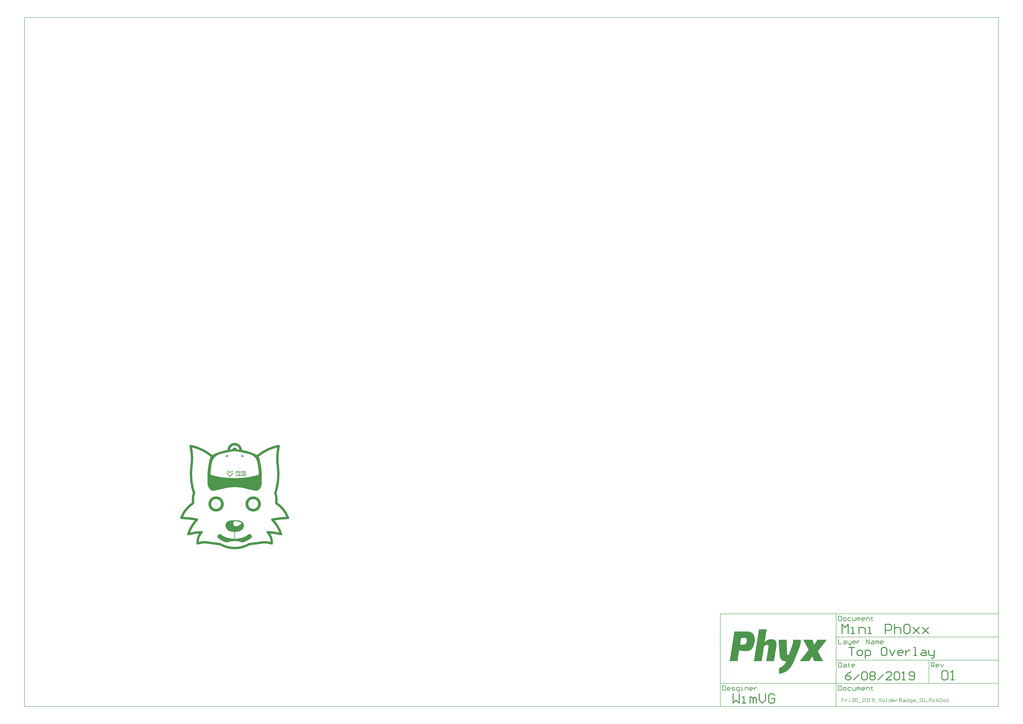
<source format=gto>
G04*
G04 #@! TF.GenerationSoftware,Altium Limited,Altium Designer,18.1.11 (251)*
G04*
G04 Layer_Color=65535*
%FSLAX25Y25*%
%MOIN*%
G70*
G01*
G75*
%ADD10C,0.00787*%
%ADD11C,0.04331*%
%ADD12C,0.04724*%
%ADD13C,0.03937*%
%ADD14C,0.00394*%
%ADD15C,0.00984*%
%ADD16C,0.01575*%
G36*
X1126Y170317D02*
X1680Y170126D01*
X2284Y169797D01*
X2826Y169373D01*
X3291Y168865D01*
X3630Y168340D01*
X4020Y167321D01*
X4020Y167321D01*
X4020Y167321D01*
X4021Y167321D01*
X5187Y167160D01*
X5281Y167147D01*
X6120Y167020D01*
X6216Y167004D01*
X7376Y166813D01*
X8539Y166609D01*
X8870Y166550D01*
X9864Y166365D01*
X10857Y166172D01*
X11352Y166072D01*
X11352D01*
X12447Y165852D01*
X14630Y165384D01*
X16808Y164890D01*
X18959Y164375D01*
X20063Y164097D01*
X20063D01*
X21165Y163816D01*
X21711Y163675D01*
X22808Y163385D01*
X23389Y163227D01*
X24450Y162935D01*
X25507Y162637D01*
X26019Y162490D01*
X27063Y162183D01*
X27578Y162028D01*
X28621Y161708D01*
X28624Y161707D01*
X28626Y161706D01*
X29670Y161376D01*
X30055Y161253D01*
X31003Y160938D01*
X31948Y160614D01*
X32419Y160447D01*
X32419Y160447D01*
X32827Y160303D01*
X33641Y160002D01*
X34449Y159689D01*
X35252Y159363D01*
X35652Y159195D01*
X36213Y158988D01*
X37296Y158483D01*
X38333Y157889D01*
X39318Y157212D01*
X39783Y156831D01*
X39789Y156826D01*
X39794Y156821D01*
X39799Y156816D01*
X39801Y156813D01*
X39801D01*
X39871Y156736D01*
X40006Y156578D01*
X40135Y156414D01*
X40258Y156247D01*
X40316Y156161D01*
X40317Y156159D01*
X40320Y156156D01*
X40322Y156153D01*
X40324Y156149D01*
X40325Y156148D01*
X40330Y156141D01*
X40403Y156032D01*
X40541Y155808D01*
X40668Y155578D01*
X40785Y155343D01*
X40838Y155223D01*
X40838D01*
X40994Y154930D01*
X41270Y154325D01*
X41473Y153799D01*
X41791Y152750D01*
X41791Y152750D01*
X42109Y151700D01*
X42143Y151585D01*
X42359Y150803D01*
X42562Y150017D01*
X42656Y149622D01*
X42656D01*
X42764Y149173D01*
X42971Y148271D01*
X43168Y147367D01*
X43212Y147152D01*
X43443Y146007D01*
X43443Y146007D01*
X43662Y144863D01*
X43722Y144546D01*
X43898Y143570D01*
X44067Y142593D01*
X44148Y142104D01*
X44148D01*
X44231Y141606D01*
X44391Y140609D01*
X44546Y139611D01*
X44604Y139224D01*
X44768Y138111D01*
X44921Y136993D01*
X45139Y135393D01*
X45298Y134227D01*
X45406Y133348D01*
X45435Y133119D01*
X45443Y133055D01*
X45493Y132648D01*
X45550Y132182D01*
X45607Y131711D01*
X45634Y131482D01*
X45736Y130652D01*
X45769Y130367D01*
X45870Y129483D01*
X45967Y128609D01*
X46113Y127248D01*
X46252Y125886D01*
X46319Y125203D01*
X46319Y125202D01*
X46319Y125202D01*
X46321Y125180D01*
X46324Y125135D01*
X46326Y125091D01*
X46327Y125046D01*
Y125024D01*
X46327Y125017D01*
Y125013D01*
X46327Y125013D01*
Y124862D01*
X46283Y124564D01*
X46196Y124275D01*
X46067Y124002D01*
X45984Y123876D01*
Y111644D01*
X45984Y110469D01*
X45984D01*
X45984Y110463D01*
X45977Y109597D01*
X45895Y108561D01*
X45812Y107796D01*
X45465Y106216D01*
X44950Y104683D01*
X44273Y103214D01*
X43442Y101826D01*
X42466Y100537D01*
X41599Y99616D01*
X41040Y99106D01*
X40741Y98833D01*
X40120Y98400D01*
X39822Y98193D01*
X39741Y98141D01*
X39010Y97793D01*
X38243Y97534D01*
X37450Y97370D01*
X36643Y97301D01*
X35834Y97330D01*
X35734Y97346D01*
X34644Y97566D01*
X34644Y97566D01*
X21993Y100084D01*
X21972Y100089D01*
X20871Y100310D01*
X19839Y100606D01*
X19164Y100800D01*
X15736Y101652D01*
X12271Y102336D01*
X8777Y102850D01*
X5262Y103194D01*
X1734Y103367D01*
X-1798Y103367D01*
X-5326Y103196D01*
X-8841Y102853D01*
X-12336Y102339D01*
X-15801Y101656D01*
X-19229Y100805D01*
X-19893Y100615D01*
X-20935Y100316D01*
X-22050Y100093D01*
X-34775Y97557D01*
X-34991Y97492D01*
X-35432Y97394D01*
X-36559Y97294D01*
X-36559Y97294D01*
X-37693Y97409D01*
X-38276Y97517D01*
X-39365Y97908D01*
X-39906Y98209D01*
X-40334Y98496D01*
X-40836Y98834D01*
X-40839Y98837D01*
X-41692Y99620D01*
X-42442Y100403D01*
X-43365Y101583D01*
X-44165Y102849D01*
X-44500Y103519D01*
X-44500Y103519D01*
X-44904Y104325D01*
X-45513Y106023D01*
X-45913Y107782D01*
X-46071Y109301D01*
X-46082Y110285D01*
X-46084Y110480D01*
X-46084Y111661D01*
Y113057D01*
X-46083Y113069D01*
X-46082Y113081D01*
X-46080Y113093D01*
X-46078Y113098D01*
Y124009D01*
X-46077Y124023D01*
X-46075Y124037D01*
X-46072Y124051D01*
X-46070Y124058D01*
X-46130Y124169D01*
X-46221Y124404D01*
X-46282Y124649D01*
X-46313Y124899D01*
X-46313Y125025D01*
X-46313Y125047D01*
X-46312Y125091D01*
X-46310Y125134D01*
X-46308Y125178D01*
X-46306Y125200D01*
X-46306Y125200D01*
X-46306Y125201D01*
X-46305Y125203D01*
X-46239Y125886D01*
X-46099Y127248D01*
X-45954Y128609D01*
X-45801Y129970D01*
X-45722Y130650D01*
X-45722Y130650D01*
X-45722Y130653D01*
X-45722D01*
X-45643Y131297D01*
X-45610Y131580D01*
X-45542Y132145D01*
X-45472Y132711D01*
X-45402Y133280D01*
X-45366Y133559D01*
X-45366Y133559D01*
X-45285Y134227D01*
X-45132Y135343D01*
X-44754Y138111D01*
X-44754Y138111D01*
X-44754Y138112D01*
X-44754Y138112D01*
X-44682Y138611D01*
X-44532Y139610D01*
X-44377Y140608D01*
X-44324Y140939D01*
X-44135Y142104D01*
X-44135Y142104D01*
X-44124Y142169D01*
X-43937Y143266D01*
X-43885Y143570D01*
X-43708Y144545D01*
X-43525Y145520D01*
X-43430Y146006D01*
X-43429Y146008D01*
X-43341Y146462D01*
X-43154Y147368D01*
X-42957Y148271D01*
X-42908Y148485D01*
X-42643Y149620D01*
X-42642Y149622D01*
X-42355Y150762D01*
X-42294Y150991D01*
X-42210Y151291D01*
X-41903Y152345D01*
X-41777Y152750D01*
X-41699Y153060D01*
X-41602Y153401D01*
X-41249Y154369D01*
X-40750Y155390D01*
X-40147Y156354D01*
X-39797Y156801D01*
X-39795Y156805D01*
X-39790Y156811D01*
X-39784Y156817D01*
X-39779Y156822D01*
X-39592Y156995D01*
X-39204Y157310D01*
X-38797Y157599D01*
X-38372Y157861D01*
X-38151Y157979D01*
X-37846Y158148D01*
X-37227Y158468D01*
X-36714Y158717D01*
X-35646Y159191D01*
X-35642Y159193D01*
X-35642Y159193D01*
Y159193D01*
X-34554Y159641D01*
X-34438Y159688D01*
X-33629Y160001D01*
X-33494Y160051D01*
X-32405Y160447D01*
X-32405Y160447D01*
X-31317Y160826D01*
X-30990Y160938D01*
X-30042Y161253D01*
X-29726Y161354D01*
X-28613Y161706D01*
X-27500Y162047D01*
X-27051Y162183D01*
X-26007Y162490D01*
X-24961Y162789D01*
X-24436Y162935D01*
Y162935D01*
X-24436D01*
X-24436Y162935D01*
X-23342Y163239D01*
X-21146Y163821D01*
X-18943Y164376D01*
X-16778Y164894D01*
X-15626Y165155D01*
X-14475Y165412D01*
X-14022Y165512D01*
X-12950Y165742D01*
X-11877Y165964D01*
X-11340Y166072D01*
X-11340Y166072D01*
X-11339Y166073D01*
X-10428Y166260D01*
X-8601Y166603D01*
X-6767Y166915D01*
X-4929Y167195D01*
X-4008Y167320D01*
X-3926Y167654D01*
X-3652Y168286D01*
X-3278Y168864D01*
X-2814Y169372D01*
X-2272Y169797D01*
X-1668Y170126D01*
X-1114Y170317D01*
X6Y170464D01*
X1126Y170317D01*
D02*
G37*
G36*
X6Y47239D02*
X1170Y47237D01*
X2345Y47222D01*
Y47222D01*
X2345Y47222D01*
X2860Y47204D01*
X3514Y47181D01*
X3514Y47181D01*
X4088Y47142D01*
X4683Y47101D01*
X4683Y47101D01*
X5269Y47036D01*
X5853Y46970D01*
X6958Y46788D01*
X7022Y46775D01*
X7635Y46657D01*
X8839Y46327D01*
X10014Y45904D01*
X10723Y45584D01*
X11699Y45090D01*
X12627Y44478D01*
X13137Y44077D01*
X13938Y43217D01*
X14597Y42244D01*
X15098Y41180D01*
X15428Y40052D01*
X15580Y38887D01*
X15551Y37712D01*
X15445Y37133D01*
X15414Y36955D01*
X15341Y36601D01*
X15260Y36249D01*
X15169Y35899D01*
X15119Y35726D01*
X14916Y34967D01*
X14271Y33535D01*
X13405Y32224D01*
X12340Y31069D01*
X11722Y30583D01*
X11539Y30441D01*
X11161Y30172D01*
X10771Y29919D01*
X10371Y29682D01*
X10166Y29573D01*
Y29573D01*
X9935Y29450D01*
X9465Y29222D01*
X8986Y29011D01*
X8500Y28820D01*
X8253Y28734D01*
X8253Y28734D01*
X7970Y28635D01*
X7399Y28456D01*
X6821Y28297D01*
X6239Y28157D01*
X5946Y28097D01*
X5213Y27952D01*
X3734Y27739D01*
X2246Y27602D01*
X1183Y27559D01*
X6Y27550D01*
X6D01*
X-1163Y27565D01*
X-1942Y27598D01*
X-2720Y27649D01*
X-3109Y27684D01*
X-3445Y27713D01*
X-4117Y27791D01*
X-4682Y27872D01*
X-5783Y28066D01*
Y28066D01*
X-6861Y28314D01*
X-7210Y28407D01*
X-7772Y28576D01*
X-8051Y28669D01*
X-8051Y28669D01*
X-8294Y28751D01*
X-8775Y28933D01*
X-8953Y29007D01*
X-9945Y29465D01*
X-10909Y29988D01*
X-12011Y30777D01*
X-13164Y31938D01*
X-14107Y33276D01*
X-14460Y34015D01*
X-14612Y34337D01*
X-14875Y35000D01*
X-15088Y35645D01*
X-15351Y36717D01*
X-15351Y36717D01*
X-15511Y37832D01*
X-15550Y38623D01*
X-15403Y39896D01*
X-15051Y41127D01*
X-14502Y42285D01*
X-13771Y43338D01*
X-12878Y44257D01*
X-11847Y45017D01*
X-11276Y45308D01*
X-11141Y45378D01*
X-10148Y45832D01*
X-10094Y45851D01*
X-9876Y45932D01*
X-9504Y46069D01*
X-8545Y46386D01*
X-8483Y46404D01*
X-8399Y46427D01*
X-7373Y46687D01*
X-6779Y46813D01*
X-6921Y46783D01*
X-7353Y46692D01*
X-7353Y46692D01*
X-6921Y46783D01*
X-6777Y46814D01*
X-6779Y46813D01*
X-6667Y46837D01*
X-6624Y46844D01*
X-5518Y47010D01*
X-5075Y47056D01*
X-4514Y47115D01*
X-3945Y47151D01*
X-3366Y47187D01*
X-2213Y47224D01*
X-1968Y47228D01*
X-1404Y47235D01*
X-840Y47239D01*
X-276Y47240D01*
X6Y47239D01*
D02*
G37*
G36*
X25562Y23602D02*
X25948Y23567D01*
X26692Y23347D01*
X27379Y22985D01*
X27982Y22497D01*
X28230Y22199D01*
X28477Y21900D01*
X28847Y21218D01*
X29076Y20477D01*
X29156Y19706D01*
X29085Y18934D01*
X28863Y18190D01*
X28502Y17504D01*
X28013Y16902D01*
X27715Y16654D01*
X27715D01*
X26891Y15999D01*
X25172Y14782D01*
X23389Y13662D01*
X21546Y12643D01*
X19649Y11728D01*
X17705Y10920D01*
X15718Y10221D01*
X13696Y9633D01*
X12672Y9396D01*
X11168Y9997D01*
X8062Y10950D01*
X4870Y11558D01*
X1631Y11811D01*
X6Y11804D01*
X0Y11811D01*
X-6Y11804D01*
X-1631Y11811D01*
X-4870Y11558D01*
X-8062Y10950D01*
X-11168Y9997D01*
X-12672Y9396D01*
X-13696Y9633D01*
X-15718Y10221D01*
X-17705Y10920D01*
X-19649Y11728D01*
X-21546Y12643D01*
X-23389Y13662D01*
X-25172Y14782D01*
X-26891Y15999D01*
X-27715Y16654D01*
X-28013Y16902D01*
X-28502Y17504D01*
X-28863Y18190D01*
X-29085Y18934D01*
X-29156Y19706D01*
X-29076Y20477D01*
X-28847Y21218D01*
X-28477Y21900D01*
X-28230Y22199D01*
X-28230D01*
X-27982Y22497D01*
X-27379Y22985D01*
X-26692Y23347D01*
X-25948Y23567D01*
X-25562Y23602D01*
X-25176Y23637D01*
X-24404Y23556D01*
X-23663Y23325D01*
X-22982Y22954D01*
X-22684Y22706D01*
X-22684Y22706D01*
X-22270Y22372D01*
X-21419Y21732D01*
X-20541Y21132D01*
X-19636Y20572D01*
X-19175Y20307D01*
X-18928Y20170D01*
X-18432Y19904D01*
X-17931Y19646D01*
X-17424Y19399D01*
X-17169Y19279D01*
X-17169D01*
X-16904Y19157D01*
X-16371Y18921D01*
X-15833Y18694D01*
X-15292Y18476D01*
X-15020Y18371D01*
X-15020Y18371D01*
X-14447Y18159D01*
X-13291Y17763D01*
X-12123Y17405D01*
X-10945Y17084D01*
X-10352Y16938D01*
X-9405Y16725D01*
X-7498Y16360D01*
X-5577Y16081D01*
X-3646Y15886D01*
X-2677Y15820D01*
X-2344Y15802D01*
X-1676Y15773D01*
X-1008Y15754D01*
X-340Y15744D01*
X-6Y15743D01*
X0Y15748D01*
X6Y15743D01*
X340Y15744D01*
X1008Y15754D01*
X1676Y15773D01*
X2344Y15802D01*
X2677Y15820D01*
X3646Y15886D01*
X5577Y16081D01*
X7498Y16360D01*
X9405Y16725D01*
X10352Y16938D01*
X10945Y17084D01*
X12123Y17405D01*
X13291Y17763D01*
X14447Y18159D01*
X15020Y18371D01*
Y18371D01*
X15292Y18476D01*
X15833Y18694D01*
X16371Y18921D01*
X16904Y19157D01*
X17169Y19279D01*
X17424Y19399D01*
X17931Y19646D01*
X18432Y19904D01*
X18928Y20170D01*
X19174Y20307D01*
X19175D01*
X19636Y20572D01*
X20541Y21132D01*
X21419Y21732D01*
X22270Y22372D01*
X22684Y22706D01*
Y22706D01*
X22982Y22954D01*
X23663Y23325D01*
X24404Y23556D01*
X25176Y23637D01*
X25562Y23602D01*
D02*
G37*
G36*
X12677Y9394D02*
X12670Y9396D01*
X12670D01*
X12672Y9396D01*
X12677Y9394D01*
D02*
G37*
G36*
X-12670Y9396D02*
X-12677Y9394D01*
X-12672Y9396D01*
X-12670Y9396D01*
D02*
G37*
G36*
X1005337Y-155808D02*
X1005050D01*
Y-156094D01*
X1004764D01*
Y-156380D01*
Y-156667D01*
X1004478D01*
Y-156953D01*
X1004192D01*
Y-157239D01*
X1003905D01*
Y-157526D01*
Y-157812D01*
X1003619D01*
Y-158098D01*
X1003333D01*
Y-158385D01*
X1003046D01*
Y-158671D01*
X1002760D01*
Y-158957D01*
Y-159244D01*
X1002474D01*
Y-159530D01*
X1002187D01*
Y-159816D01*
X1001901D01*
Y-160102D01*
Y-160389D01*
X1001615D01*
Y-160675D01*
X1001328D01*
Y-160961D01*
X1001042D01*
Y-161248D01*
X1000756D01*
Y-161534D01*
Y-161820D01*
X1000469D01*
Y-162107D01*
X1000183D01*
Y-162393D01*
X999897D01*
Y-162679D01*
Y-162966D01*
X999611D01*
Y-163252D01*
X999324D01*
Y-163538D01*
X999038D01*
Y-163824D01*
Y-164111D01*
X998752D01*
Y-164397D01*
X998465D01*
Y-164683D01*
X998179D01*
Y-164970D01*
X997893D01*
Y-165256D01*
Y-165542D01*
X997606D01*
Y-165829D01*
X997320D01*
Y-166115D01*
X997034D01*
Y-166401D01*
Y-166688D01*
X996747D01*
Y-166974D01*
X996461D01*
Y-167260D01*
X996175D01*
Y-167547D01*
Y-167833D01*
X995889D01*
Y-168119D01*
X995602D01*
Y-168405D01*
X995316D01*
Y-168692D01*
X995030D01*
Y-168978D01*
Y-169264D01*
X994743D01*
Y-169551D01*
X994457D01*
Y-169837D01*
X994171D01*
Y-170123D01*
Y-170410D01*
X993884D01*
Y-170696D01*
X993598D01*
Y-170982D01*
X993312D01*
Y-171269D01*
Y-171555D01*
X993025D01*
Y-171841D01*
X992739D01*
Y-172127D01*
X992453D01*
Y-172414D01*
X992166D01*
Y-172700D01*
Y-172986D01*
X991880D01*
Y-173273D01*
X991594D01*
Y-173559D01*
X991308D01*
Y-173845D01*
Y-174132D01*
X991021D01*
Y-174418D01*
X990735D01*
Y-174704D01*
X990449D01*
Y-174991D01*
X990162D01*
Y-175277D01*
Y-175563D01*
X990449D01*
Y-175850D01*
Y-176136D01*
X990735D01*
Y-176422D01*
Y-176709D01*
X991021D01*
Y-176995D01*
X991308D01*
Y-177281D01*
Y-177568D01*
X991594D01*
Y-177854D01*
Y-178140D01*
X991880D01*
Y-178426D01*
Y-178713D01*
X992166D01*
Y-178999D01*
Y-179285D01*
X992453D01*
Y-179572D01*
Y-179858D01*
X992739D01*
Y-180144D01*
Y-180431D01*
X993025D01*
Y-180717D01*
Y-181003D01*
X993312D01*
Y-181290D01*
Y-181576D01*
X993598D01*
Y-181862D01*
X993884D01*
Y-182149D01*
Y-182435D01*
X994171D01*
Y-182721D01*
Y-183007D01*
X994457D01*
Y-183294D01*
Y-183580D01*
X994743D01*
Y-183866D01*
Y-184153D01*
X995030D01*
Y-184439D01*
Y-184725D01*
X995316D01*
Y-185012D01*
Y-185298D01*
X995602D01*
Y-185584D01*
Y-185871D01*
X995889D01*
Y-186157D01*
X996175D01*
Y-186443D01*
Y-186730D01*
X996461D01*
Y-187016D01*
Y-187302D01*
X996747D01*
Y-187588D01*
Y-187875D01*
X997034D01*
Y-188161D01*
Y-188447D01*
X997320D01*
Y-188734D01*
Y-189020D01*
X997606D01*
Y-189306D01*
Y-189593D01*
X997893D01*
Y-189879D01*
Y-190165D01*
X998179D01*
Y-190452D01*
X998465D01*
Y-190738D01*
Y-191024D01*
X998752D01*
Y-191311D01*
Y-191597D01*
X999038D01*
Y-191883D01*
X983863D01*
Y-191597D01*
X983577D01*
Y-191311D01*
Y-191024D01*
Y-190738D01*
X983291D01*
Y-190452D01*
Y-190165D01*
Y-189879D01*
X983004D01*
Y-189593D01*
Y-189306D01*
X982718D01*
Y-189020D01*
Y-188734D01*
Y-188447D01*
X982432D01*
Y-188161D01*
Y-187875D01*
Y-187588D01*
X982146D01*
Y-187302D01*
Y-187016D01*
X981859D01*
Y-186730D01*
Y-186443D01*
Y-186157D01*
X981573D01*
Y-185871D01*
Y-185584D01*
Y-185298D01*
X981287D01*
Y-185012D01*
Y-184725D01*
Y-184439D01*
X981000D01*
Y-184153D01*
X980428D01*
Y-184439D01*
Y-184725D01*
X980141D01*
Y-185012D01*
X979855D01*
Y-185298D01*
Y-185584D01*
X979569D01*
Y-185871D01*
X979282D01*
Y-186157D01*
Y-186443D01*
X978996D01*
Y-186730D01*
X978710D01*
Y-187016D01*
Y-187302D01*
X978423D01*
Y-187588D01*
X978137D01*
Y-187875D01*
X977851D01*
Y-188161D01*
Y-188447D01*
X977565D01*
Y-188734D01*
X977278D01*
Y-189020D01*
Y-189306D01*
X976992D01*
Y-189593D01*
X976705D01*
Y-189879D01*
Y-190165D01*
X976419D01*
Y-190452D01*
X976133D01*
Y-190738D01*
Y-191024D01*
X975847D01*
Y-191311D01*
X975560D01*
Y-191597D01*
Y-191883D01*
X959527D01*
Y-191597D01*
X959813D01*
Y-191311D01*
X960099D01*
Y-191024D01*
X960386D01*
Y-190738D01*
X960672D01*
Y-190452D01*
Y-190165D01*
X960958D01*
Y-189879D01*
X961245D01*
Y-189593D01*
X961531D01*
Y-189306D01*
X961817D01*
Y-189020D01*
Y-188734D01*
X962104D01*
Y-188447D01*
X962390D01*
Y-188161D01*
X962676D01*
Y-187875D01*
Y-187588D01*
X962963D01*
Y-187302D01*
X963249D01*
Y-187016D01*
X963535D01*
Y-186730D01*
X963822D01*
Y-186443D01*
Y-186157D01*
X964108D01*
Y-185871D01*
X964394D01*
Y-185584D01*
X964680D01*
Y-185298D01*
X964967D01*
Y-185012D01*
Y-184725D01*
X965253D01*
Y-184439D01*
X965539D01*
Y-184153D01*
X965826D01*
Y-183866D01*
Y-183580D01*
X966112D01*
Y-183294D01*
X966398D01*
Y-183007D01*
X966685D01*
Y-182721D01*
X966971D01*
Y-182435D01*
Y-182149D01*
X967257D01*
Y-181862D01*
X967544D01*
Y-181576D01*
X967830D01*
Y-181290D01*
Y-181003D01*
X968116D01*
Y-180717D01*
X968402D01*
Y-180431D01*
X968689D01*
Y-180144D01*
X968975D01*
Y-179858D01*
Y-179572D01*
X969261D01*
Y-179285D01*
X969548D01*
Y-178999D01*
X969834D01*
Y-178713D01*
Y-178426D01*
X970120D01*
Y-178140D01*
X970407D01*
Y-177854D01*
X970693D01*
Y-177568D01*
X970979D01*
Y-177281D01*
Y-176995D01*
X971266D01*
Y-176709D01*
X971552D01*
Y-176422D01*
X971838D01*
Y-176136D01*
X972124D01*
Y-175850D01*
Y-175563D01*
X972411D01*
Y-175277D01*
X972697D01*
Y-174991D01*
X972983D01*
Y-174704D01*
Y-174418D01*
X973270D01*
Y-174132D01*
X973556D01*
Y-173845D01*
X973842D01*
Y-173559D01*
X974129D01*
Y-173273D01*
Y-172986D01*
X974415D01*
Y-172700D01*
Y-172414D01*
Y-172127D01*
X974129D01*
Y-171841D01*
X973842D01*
Y-171555D01*
Y-171269D01*
X973556D01*
Y-170982D01*
Y-170696D01*
X973270D01*
Y-170410D01*
Y-170123D01*
X972983D01*
Y-169837D01*
Y-169551D01*
X972697D01*
Y-169264D01*
Y-168978D01*
X972411D01*
Y-168692D01*
Y-168405D01*
X972124D01*
Y-168119D01*
X971838D01*
Y-167833D01*
Y-167547D01*
X971552D01*
Y-167260D01*
Y-166974D01*
X971266D01*
Y-166688D01*
Y-166401D01*
X970979D01*
Y-166115D01*
Y-165829D01*
X970693D01*
Y-165542D01*
Y-165256D01*
X970407D01*
Y-164970D01*
Y-164683D01*
X970120D01*
Y-164397D01*
X969834D01*
Y-164111D01*
Y-163824D01*
X969548D01*
Y-163538D01*
Y-163252D01*
X969261D01*
Y-162966D01*
Y-162679D01*
X968975D01*
Y-162393D01*
Y-162107D01*
X968689D01*
Y-161820D01*
Y-161534D01*
X968402D01*
Y-161248D01*
Y-160961D01*
X968116D01*
Y-160675D01*
Y-160389D01*
X967830D01*
Y-160102D01*
X967544D01*
Y-159816D01*
Y-159530D01*
X967257D01*
Y-159244D01*
Y-158957D01*
X966971D01*
Y-158671D01*
Y-158385D01*
X966685D01*
Y-158098D01*
Y-157812D01*
X966398D01*
Y-157526D01*
Y-157239D01*
X966112D01*
Y-156953D01*
Y-156667D01*
X965826D01*
Y-156380D01*
X965539D01*
Y-156094D01*
Y-155808D01*
X965253D01*
Y-155521D01*
X981000D01*
Y-155808D01*
X981287D01*
Y-156094D01*
Y-156380D01*
Y-156667D01*
X981573D01*
Y-156953D01*
Y-157239D01*
Y-157526D01*
X981859D01*
Y-157812D01*
Y-158098D01*
Y-158385D01*
X982146D01*
Y-158671D01*
Y-158957D01*
Y-159244D01*
X982432D01*
Y-159530D01*
Y-159816D01*
Y-160102D01*
X982718D01*
Y-160389D01*
Y-160675D01*
Y-160961D01*
X983004D01*
Y-161248D01*
Y-161534D01*
Y-161820D01*
X983291D01*
Y-162107D01*
Y-162393D01*
Y-162679D01*
X983577D01*
Y-162966D01*
Y-163252D01*
Y-163538D01*
Y-163824D01*
X984150D01*
Y-163538D01*
X984436D01*
Y-163252D01*
X984722D01*
Y-162966D01*
Y-162679D01*
X985009D01*
Y-162393D01*
X985295D01*
Y-162107D01*
Y-161820D01*
X985581D01*
Y-161534D01*
X985868D01*
Y-161248D01*
Y-160961D01*
X986154D01*
Y-160675D01*
X986440D01*
Y-160389D01*
Y-160102D01*
X986726D01*
Y-159816D01*
X987013D01*
Y-159530D01*
Y-159244D01*
X987299D01*
Y-158957D01*
X987585D01*
Y-158671D01*
Y-158385D01*
X987872D01*
Y-158098D01*
X988158D01*
Y-157812D01*
Y-157526D01*
X988444D01*
Y-157239D01*
X988731D01*
Y-156953D01*
Y-156667D01*
X989017D01*
Y-156380D01*
X989303D01*
Y-156094D01*
Y-155808D01*
X989590D01*
Y-155521D01*
X1005337D01*
Y-155808D01*
D02*
G37*
G36*
X872201Y-141778D02*
X873919D01*
Y-142065D01*
X874778D01*
Y-142351D01*
X875637D01*
Y-142637D01*
X876496D01*
Y-142924D01*
X877069D01*
Y-143210D01*
X877355D01*
Y-143496D01*
X877928D01*
Y-143783D01*
X878214D01*
Y-144069D01*
X878786D01*
Y-144355D01*
X879073D01*
Y-144641D01*
X879359D01*
Y-144928D01*
X879646D01*
Y-145214D01*
X879932D01*
Y-145501D01*
X880218D01*
Y-145787D01*
X880504D01*
Y-146073D01*
Y-146359D01*
X880791D01*
Y-146646D01*
X881077D01*
Y-146932D01*
Y-147218D01*
X881363D01*
Y-147505D01*
X881650D01*
Y-147791D01*
Y-148077D01*
X881936D01*
Y-148364D01*
Y-148650D01*
Y-148936D01*
X882222D01*
Y-149223D01*
Y-149509D01*
Y-149795D01*
X882509D01*
Y-150082D01*
Y-150368D01*
Y-150654D01*
Y-150940D01*
X882795D01*
Y-151227D01*
Y-151513D01*
Y-151799D01*
Y-152086D01*
Y-152372D01*
X883081D01*
Y-152658D01*
Y-152945D01*
Y-153231D01*
Y-153517D01*
Y-153804D01*
Y-154090D01*
Y-154376D01*
Y-154663D01*
Y-154949D01*
Y-155235D01*
Y-155521D01*
Y-155808D01*
Y-156094D01*
Y-156380D01*
Y-156667D01*
Y-156953D01*
Y-157239D01*
Y-157526D01*
Y-157812D01*
Y-158098D01*
X882795D01*
Y-158385D01*
Y-158671D01*
Y-158957D01*
Y-159244D01*
Y-159530D01*
Y-159816D01*
Y-160102D01*
X882509D01*
Y-160389D01*
Y-160675D01*
Y-160961D01*
Y-161248D01*
Y-161534D01*
X882222D01*
Y-161820D01*
Y-162107D01*
Y-162393D01*
Y-162679D01*
Y-162966D01*
X881936D01*
Y-163252D01*
Y-163538D01*
Y-163824D01*
X881650D01*
Y-164111D01*
Y-164397D01*
Y-164683D01*
Y-164970D01*
X881363D01*
Y-165256D01*
Y-165542D01*
Y-165829D01*
X881077D01*
Y-166115D01*
Y-166401D01*
X880791D01*
Y-166688D01*
Y-166974D01*
Y-167260D01*
X880504D01*
Y-167547D01*
Y-167833D01*
X880218D01*
Y-168119D01*
Y-168405D01*
X879932D01*
Y-168692D01*
Y-168978D01*
X879646D01*
Y-169264D01*
X879359D01*
Y-169551D01*
Y-169837D01*
X879073D01*
Y-170123D01*
X878786D01*
Y-170410D01*
X878500D01*
Y-170696D01*
Y-170982D01*
X878214D01*
Y-171269D01*
X877928D01*
Y-171555D01*
X877641D01*
Y-171841D01*
X877355D01*
Y-172127D01*
X877069D01*
Y-172414D01*
X876496D01*
Y-172700D01*
X876210D01*
Y-172986D01*
X875637D01*
Y-173273D01*
X875351D01*
Y-173559D01*
X874778D01*
Y-173845D01*
X873919D01*
Y-174132D01*
X873060D01*
Y-174418D01*
X872201D01*
Y-174704D01*
X870483D01*
Y-174991D01*
X865330D01*
Y-174704D01*
X862753D01*
Y-174418D01*
X860749D01*
Y-174132D01*
X859317D01*
Y-173845D01*
X857886D01*
Y-173559D01*
X856454D01*
Y-173845D01*
Y-174132D01*
Y-174418D01*
Y-174704D01*
Y-174991D01*
Y-175277D01*
Y-175563D01*
X856168D01*
Y-175850D01*
Y-176136D01*
Y-176422D01*
Y-176709D01*
Y-176995D01*
Y-177281D01*
X855882D01*
Y-177568D01*
Y-177854D01*
Y-178140D01*
Y-178426D01*
Y-178713D01*
Y-178999D01*
X855595D01*
Y-179285D01*
Y-179572D01*
Y-179858D01*
Y-180144D01*
Y-180431D01*
Y-180717D01*
Y-181003D01*
X855309D01*
Y-181290D01*
Y-181576D01*
Y-181862D01*
Y-182149D01*
Y-182435D01*
Y-182721D01*
X855023D01*
Y-183007D01*
Y-183294D01*
Y-183580D01*
Y-183866D01*
Y-184153D01*
Y-184439D01*
X854736D01*
Y-184725D01*
Y-185012D01*
Y-185298D01*
Y-185584D01*
Y-185871D01*
Y-186157D01*
Y-186443D01*
X854450D01*
Y-186730D01*
Y-187016D01*
Y-187302D01*
Y-187588D01*
Y-187875D01*
Y-188161D01*
X854164D01*
Y-188447D01*
Y-188734D01*
Y-189020D01*
Y-189306D01*
Y-189593D01*
Y-189879D01*
X853877D01*
Y-190165D01*
Y-190452D01*
Y-190738D01*
Y-191024D01*
Y-191311D01*
Y-191597D01*
Y-191883D01*
X840421D01*
Y-191597D01*
X840707D01*
Y-191311D01*
Y-191024D01*
Y-190738D01*
Y-190452D01*
Y-190165D01*
X840993D01*
Y-189879D01*
Y-189593D01*
Y-189306D01*
Y-189020D01*
Y-188734D01*
Y-188447D01*
Y-188161D01*
X841280D01*
Y-187875D01*
Y-187588D01*
Y-187302D01*
Y-187016D01*
Y-186730D01*
Y-186443D01*
X841566D01*
Y-186157D01*
Y-185871D01*
Y-185584D01*
Y-185298D01*
Y-185012D01*
Y-184725D01*
X841852D01*
Y-184439D01*
Y-184153D01*
Y-183866D01*
Y-183580D01*
Y-183294D01*
Y-183007D01*
Y-182721D01*
X842138D01*
Y-182435D01*
Y-182149D01*
Y-181862D01*
Y-181576D01*
Y-181290D01*
Y-181003D01*
X842425D01*
Y-180717D01*
Y-180431D01*
Y-180144D01*
Y-179858D01*
Y-179572D01*
Y-179285D01*
X842711D01*
Y-178999D01*
Y-178713D01*
Y-178426D01*
Y-178140D01*
Y-177854D01*
Y-177568D01*
X842997D01*
Y-177281D01*
Y-176995D01*
Y-176709D01*
Y-176422D01*
Y-176136D01*
Y-175850D01*
Y-175563D01*
X843284D01*
Y-175277D01*
Y-174991D01*
Y-174704D01*
Y-174418D01*
Y-174132D01*
Y-173845D01*
X843570D01*
Y-173559D01*
Y-173273D01*
Y-172986D01*
Y-172700D01*
Y-172414D01*
Y-172127D01*
X843856D01*
Y-171841D01*
Y-171555D01*
Y-171269D01*
Y-170982D01*
Y-170696D01*
Y-170410D01*
X844143D01*
Y-170123D01*
Y-169837D01*
Y-169551D01*
Y-169264D01*
Y-168978D01*
Y-168692D01*
Y-168405D01*
X844429D01*
Y-168119D01*
Y-167833D01*
Y-167547D01*
Y-167260D01*
Y-166974D01*
Y-166688D01*
X844715D01*
Y-166401D01*
Y-166115D01*
Y-165829D01*
Y-165542D01*
Y-165256D01*
Y-164970D01*
X845002D01*
Y-164683D01*
Y-164397D01*
Y-164111D01*
Y-163824D01*
Y-163538D01*
Y-163252D01*
Y-162966D01*
X845288D01*
Y-162679D01*
Y-162393D01*
Y-162107D01*
Y-161820D01*
Y-161534D01*
Y-161248D01*
X845574D01*
Y-160961D01*
Y-160675D01*
Y-160389D01*
Y-160102D01*
Y-159816D01*
Y-159530D01*
X845861D01*
Y-159244D01*
Y-158957D01*
Y-158671D01*
Y-158385D01*
Y-158098D01*
Y-157812D01*
X846147D01*
Y-157526D01*
Y-157239D01*
Y-156953D01*
Y-156667D01*
Y-156380D01*
Y-156094D01*
Y-155808D01*
X846433D01*
Y-155521D01*
Y-155235D01*
Y-154949D01*
Y-154663D01*
Y-154376D01*
Y-154090D01*
X846719D01*
Y-153804D01*
Y-153517D01*
Y-153231D01*
Y-152945D01*
Y-152658D01*
Y-152372D01*
X847006D01*
Y-152086D01*
Y-151799D01*
Y-151513D01*
Y-151227D01*
Y-150940D01*
Y-150654D01*
Y-150368D01*
X847292D01*
Y-150082D01*
Y-149795D01*
Y-149509D01*
Y-149223D01*
Y-148936D01*
Y-148650D01*
X847578D01*
Y-148364D01*
Y-148077D01*
Y-147791D01*
Y-147505D01*
Y-147218D01*
Y-146932D01*
X847865D01*
Y-146646D01*
Y-146359D01*
Y-146073D01*
Y-145787D01*
Y-145501D01*
Y-145214D01*
Y-144928D01*
X848151D01*
Y-144641D01*
Y-144355D01*
Y-144069D01*
Y-143783D01*
Y-143496D01*
Y-143210D01*
X848437D01*
Y-142924D01*
Y-142637D01*
Y-142351D01*
Y-142065D01*
Y-141778D01*
Y-141492D01*
X872201D01*
Y-141778D01*
D02*
G37*
G36*
X961245Y-155808D02*
Y-156094D01*
Y-156380D01*
Y-156667D01*
Y-156953D01*
Y-157239D01*
Y-157526D01*
Y-157812D01*
Y-158098D01*
Y-158385D01*
Y-158671D01*
Y-158957D01*
Y-159244D01*
Y-159530D01*
Y-159816D01*
Y-160102D01*
Y-160389D01*
Y-160675D01*
Y-160961D01*
Y-161248D01*
Y-161534D01*
X960958D01*
Y-161820D01*
Y-162107D01*
Y-162393D01*
Y-162679D01*
Y-162966D01*
X960672D01*
Y-163252D01*
Y-163538D01*
Y-163824D01*
Y-164111D01*
X960386D01*
Y-164397D01*
Y-164683D01*
Y-164970D01*
Y-165256D01*
X960099D01*
Y-165542D01*
Y-165829D01*
Y-166115D01*
X959813D01*
Y-166401D01*
Y-166688D01*
Y-166974D01*
X959527D01*
Y-167260D01*
Y-167547D01*
Y-167833D01*
X959241D01*
Y-168119D01*
Y-168405D01*
Y-168692D01*
X958954D01*
Y-168978D01*
Y-169264D01*
X958668D01*
Y-169551D01*
Y-169837D01*
X958381D01*
Y-170123D01*
Y-170410D01*
Y-170696D01*
X958095D01*
Y-170982D01*
Y-171269D01*
X957809D01*
Y-171555D01*
Y-171841D01*
Y-172127D01*
X957523D01*
Y-172414D01*
Y-172700D01*
X957236D01*
Y-172986D01*
Y-173273D01*
Y-173559D01*
X956950D01*
Y-173845D01*
Y-174132D01*
X956664D01*
Y-174418D01*
Y-174704D01*
Y-174991D01*
X956377D01*
Y-175277D01*
Y-175563D01*
X956091D01*
Y-175850D01*
Y-176136D01*
Y-176422D01*
X955805D01*
Y-176709D01*
Y-176995D01*
X955518D01*
Y-177281D01*
Y-177568D01*
Y-177854D01*
X955232D01*
Y-178140D01*
Y-178426D01*
X954946D01*
Y-178713D01*
Y-178999D01*
Y-179285D01*
X954659D01*
Y-179572D01*
Y-179858D01*
X954373D01*
Y-180144D01*
Y-180431D01*
Y-180717D01*
X954087D01*
Y-181003D01*
Y-181290D01*
X953800D01*
Y-181576D01*
Y-181862D01*
Y-182149D01*
X953514D01*
Y-182435D01*
Y-182721D01*
X953228D01*
Y-183007D01*
Y-183294D01*
Y-183580D01*
X952942D01*
Y-183866D01*
Y-184153D01*
X952655D01*
Y-184439D01*
Y-184725D01*
Y-185012D01*
X952369D01*
Y-185298D01*
Y-185584D01*
X952083D01*
Y-185871D01*
Y-186157D01*
Y-186443D01*
X951796D01*
Y-186730D01*
Y-187016D01*
X951510D01*
Y-187302D01*
Y-187588D01*
Y-187875D01*
X951224D01*
Y-188161D01*
Y-188447D01*
X950937D01*
Y-188734D01*
Y-189020D01*
Y-189306D01*
X950651D01*
Y-189593D01*
Y-189879D01*
X950365D01*
Y-190165D01*
Y-190452D01*
Y-190738D01*
X950078D01*
Y-191024D01*
Y-191311D01*
X949792D01*
Y-191597D01*
Y-191883D01*
Y-192169D01*
X949506D01*
Y-192456D01*
Y-192742D01*
X949220D01*
Y-193028D01*
Y-193315D01*
X948933D01*
Y-193601D01*
Y-193887D01*
X948647D01*
Y-194174D01*
Y-194460D01*
Y-194746D01*
X948361D01*
Y-195033D01*
X948074D01*
Y-195319D01*
Y-195605D01*
Y-195891D01*
X947788D01*
Y-196178D01*
X947502D01*
Y-196464D01*
Y-196750D01*
X947215D01*
Y-197037D01*
Y-197323D01*
X946929D01*
Y-197609D01*
Y-197896D01*
X946643D01*
Y-198182D01*
Y-198468D01*
X946356D01*
Y-198755D01*
X946070D01*
Y-199041D01*
Y-199327D01*
X945784D01*
Y-199614D01*
Y-199900D01*
X945497D01*
Y-200186D01*
X945211D01*
Y-200472D01*
X944925D01*
Y-200759D01*
Y-201045D01*
X944639D01*
Y-201331D01*
X944352D01*
Y-201618D01*
Y-201904D01*
X944066D01*
Y-202190D01*
X943780D01*
Y-202477D01*
X943493D01*
Y-202763D01*
Y-203049D01*
X943207D01*
Y-203336D01*
X942921D01*
Y-203622D01*
X942634D01*
Y-203908D01*
X942348D01*
Y-204195D01*
X942062D01*
Y-204481D01*
Y-204767D01*
X941775D01*
Y-205053D01*
X941489D01*
Y-205340D01*
X941203D01*
Y-205626D01*
X940916D01*
Y-205912D01*
X940630D01*
Y-206199D01*
X940344D01*
Y-206485D01*
X940057D01*
Y-206771D01*
X939485D01*
Y-207058D01*
X939199D01*
Y-207344D01*
X938912D01*
Y-207630D01*
X938626D01*
Y-207917D01*
X938340D01*
Y-208203D01*
X937767D01*
Y-208489D01*
X937481D01*
Y-208776D01*
X936908D01*
Y-209062D01*
X936622D01*
Y-209348D01*
X936049D01*
Y-209634D01*
X935763D01*
Y-209921D01*
X935190D01*
Y-210207D01*
X934618D01*
Y-210493D01*
X934045D01*
Y-210780D01*
X933472D01*
Y-211066D01*
X932900D01*
Y-211352D01*
X932041D01*
Y-211639D01*
X931468D01*
Y-211925D01*
X930609D01*
Y-212211D01*
X929464D01*
Y-212498D01*
X928319D01*
Y-212784D01*
X926601D01*
Y-213070D01*
X924597D01*
Y-213357D01*
X924310D01*
Y-213070D01*
Y-212784D01*
Y-212498D01*
Y-212211D01*
Y-211925D01*
Y-211639D01*
Y-211352D01*
Y-211066D01*
Y-210780D01*
Y-210493D01*
Y-210207D01*
Y-209921D01*
Y-209634D01*
Y-209348D01*
Y-209062D01*
Y-208776D01*
Y-208489D01*
Y-208203D01*
Y-207917D01*
Y-207630D01*
Y-207344D01*
Y-207058D01*
Y-206771D01*
Y-206485D01*
Y-206199D01*
Y-205912D01*
Y-205626D01*
Y-205340D01*
Y-205053D01*
Y-204767D01*
Y-204481D01*
Y-204195D01*
Y-203908D01*
X924883D01*
Y-203622D01*
X925455D01*
Y-203336D01*
X926028D01*
Y-203049D01*
X926601D01*
Y-202763D01*
X927173D01*
Y-202477D01*
X927746D01*
Y-202190D01*
X928032D01*
Y-201904D01*
X928605D01*
Y-201618D01*
X928891D01*
Y-201331D01*
X929464D01*
Y-201045D01*
X929750D01*
Y-200759D01*
X930037D01*
Y-200472D01*
X930609D01*
Y-200186D01*
X930896D01*
Y-199900D01*
X931182D01*
Y-199614D01*
X931468D01*
Y-199327D01*
X931754D01*
Y-199041D01*
X932041D01*
Y-198755D01*
X932327D01*
Y-198468D01*
X932613D01*
Y-198182D01*
X932900D01*
Y-197896D01*
X933186D01*
Y-197609D01*
X933472D01*
Y-197323D01*
X933759D01*
Y-197037D01*
Y-196750D01*
X934045D01*
Y-196464D01*
X934331D01*
Y-196178D01*
X934618D01*
Y-195891D01*
Y-195605D01*
X934904D01*
Y-195319D01*
X935190D01*
Y-195033D01*
Y-194746D01*
X935476D01*
Y-194460D01*
Y-194174D01*
X935763D01*
Y-193887D01*
X936049D01*
Y-193601D01*
Y-193315D01*
X936335D01*
Y-193028D01*
Y-192742D01*
X936622D01*
Y-192456D01*
Y-192169D01*
X934904D01*
Y-191883D01*
X932900D01*
Y-191597D01*
X931754D01*
Y-191311D01*
X931182D01*
Y-191024D01*
X930323D01*
Y-190738D01*
X929750D01*
Y-190452D01*
X929464D01*
Y-190165D01*
X928891D01*
Y-189879D01*
X928605D01*
Y-189593D01*
X928319D01*
Y-189306D01*
X928032D01*
Y-189020D01*
X927746D01*
Y-188734D01*
X927460D01*
Y-188447D01*
Y-188161D01*
X927173D01*
Y-187875D01*
X926887D01*
Y-187588D01*
Y-187302D01*
X926601D01*
Y-187016D01*
Y-186730D01*
X926315D01*
Y-186443D01*
Y-186157D01*
X926028D01*
Y-185871D01*
Y-185584D01*
Y-185298D01*
X925742D01*
Y-185012D01*
Y-184725D01*
Y-184439D01*
Y-184153D01*
X925455D01*
Y-183866D01*
Y-183580D01*
Y-183294D01*
Y-183007D01*
Y-182721D01*
Y-182435D01*
Y-182149D01*
X925169D01*
Y-181862D01*
Y-181576D01*
Y-181290D01*
Y-181003D01*
Y-180717D01*
Y-180431D01*
Y-180144D01*
Y-179858D01*
Y-179572D01*
Y-179285D01*
Y-178999D01*
Y-178713D01*
Y-178426D01*
Y-178140D01*
Y-177854D01*
X924883D01*
Y-177568D01*
Y-177281D01*
Y-176995D01*
Y-176709D01*
Y-176422D01*
Y-176136D01*
Y-175850D01*
Y-175563D01*
Y-175277D01*
Y-174991D01*
Y-174704D01*
Y-174418D01*
Y-174132D01*
Y-173845D01*
Y-173559D01*
X924597D01*
Y-173273D01*
Y-172986D01*
Y-172700D01*
Y-172414D01*
Y-172127D01*
Y-171841D01*
Y-171555D01*
Y-171269D01*
Y-170982D01*
Y-170696D01*
Y-170410D01*
Y-170123D01*
Y-169837D01*
Y-169551D01*
Y-169264D01*
Y-168978D01*
X924310D01*
Y-168692D01*
Y-168405D01*
Y-168119D01*
Y-167833D01*
Y-167547D01*
Y-167260D01*
Y-166974D01*
Y-166688D01*
Y-166401D01*
Y-166115D01*
Y-165829D01*
Y-165542D01*
Y-165256D01*
Y-164970D01*
Y-164683D01*
Y-164397D01*
X924024D01*
Y-164111D01*
Y-163824D01*
Y-163538D01*
Y-163252D01*
Y-162966D01*
Y-162679D01*
Y-162393D01*
Y-162107D01*
Y-161820D01*
Y-161534D01*
Y-161248D01*
Y-160961D01*
Y-160675D01*
Y-160389D01*
X923738D01*
Y-160102D01*
Y-159816D01*
Y-159530D01*
Y-159244D01*
Y-158957D01*
Y-158671D01*
Y-158385D01*
Y-158098D01*
Y-157812D01*
Y-157526D01*
Y-157239D01*
Y-156953D01*
Y-156667D01*
Y-156380D01*
Y-156094D01*
Y-155808D01*
X923451D01*
Y-155521D01*
X937194D01*
Y-155808D01*
Y-156094D01*
Y-156380D01*
Y-156667D01*
Y-156953D01*
Y-157239D01*
Y-157526D01*
Y-157812D01*
Y-158098D01*
Y-158385D01*
Y-158671D01*
Y-158957D01*
Y-159244D01*
Y-159530D01*
X937481D01*
Y-159816D01*
Y-160102D01*
Y-160389D01*
Y-160675D01*
Y-160961D01*
Y-161248D01*
Y-161534D01*
Y-161820D01*
Y-162107D01*
Y-162393D01*
Y-162679D01*
Y-162966D01*
Y-163252D01*
Y-163538D01*
Y-163824D01*
Y-164111D01*
Y-164397D01*
Y-164683D01*
Y-164970D01*
Y-165256D01*
Y-165542D01*
Y-165829D01*
Y-166115D01*
Y-166401D01*
Y-166688D01*
Y-166974D01*
Y-167260D01*
Y-167547D01*
Y-167833D01*
Y-168119D01*
Y-168405D01*
Y-168692D01*
Y-168978D01*
Y-169264D01*
Y-169551D01*
Y-169837D01*
Y-170123D01*
Y-170410D01*
Y-170696D01*
Y-170982D01*
Y-171269D01*
X937767D01*
Y-171555D01*
X937481D01*
Y-171841D01*
Y-172127D01*
X937767D01*
Y-172414D01*
Y-172700D01*
Y-172986D01*
Y-173273D01*
Y-173559D01*
Y-173845D01*
Y-174132D01*
Y-174418D01*
Y-174704D01*
Y-174991D01*
Y-175277D01*
Y-175563D01*
Y-175850D01*
Y-176136D01*
Y-176422D01*
Y-176709D01*
Y-176995D01*
Y-177281D01*
Y-177568D01*
Y-177854D01*
Y-178140D01*
Y-178426D01*
Y-178713D01*
Y-178999D01*
Y-179285D01*
Y-179572D01*
X938053D01*
Y-179858D01*
Y-180144D01*
Y-180431D01*
X938340D01*
Y-180717D01*
X938626D01*
Y-181003D01*
X938912D01*
Y-181290D01*
X939771D01*
Y-181576D01*
X940630D01*
Y-181290D01*
X940916D01*
Y-181003D01*
Y-180717D01*
Y-180431D01*
X941203D01*
Y-180144D01*
Y-179858D01*
X941489D01*
Y-179572D01*
Y-179285D01*
Y-178999D01*
X941775D01*
Y-178713D01*
Y-178426D01*
Y-178140D01*
X942062D01*
Y-177854D01*
Y-177568D01*
Y-177281D01*
X942348D01*
Y-176995D01*
Y-176709D01*
Y-176422D01*
X942634D01*
Y-176136D01*
Y-175850D01*
X942921D01*
Y-175563D01*
Y-175277D01*
Y-174991D01*
X943207D01*
Y-174704D01*
Y-174418D01*
Y-174132D01*
X943493D01*
Y-173845D01*
Y-173559D01*
Y-173273D01*
X943780D01*
Y-172986D01*
Y-172700D01*
X944066D01*
Y-172414D01*
Y-172127D01*
Y-171841D01*
X944352D01*
Y-171555D01*
Y-171269D01*
Y-170982D01*
X944639D01*
Y-170696D01*
Y-170410D01*
Y-170123D01*
X944925D01*
Y-169837D01*
Y-169551D01*
X945211D01*
Y-169264D01*
Y-168978D01*
Y-168692D01*
X945497D01*
Y-168405D01*
Y-168119D01*
Y-167833D01*
X945784D01*
Y-167547D01*
Y-167260D01*
Y-166974D01*
X946070D01*
Y-166688D01*
Y-166401D01*
X946356D01*
Y-166115D01*
Y-165829D01*
Y-165542D01*
X946643D01*
Y-165256D01*
Y-164970D01*
Y-164683D01*
X946929D01*
Y-164397D01*
Y-164111D01*
Y-163824D01*
X947215D01*
Y-163538D01*
Y-163252D01*
Y-162966D01*
Y-162679D01*
X947502D01*
Y-162393D01*
Y-162107D01*
Y-161820D01*
Y-161534D01*
X947788D01*
Y-161248D01*
Y-160961D01*
Y-160675D01*
Y-160389D01*
Y-160102D01*
X948074D01*
Y-159816D01*
Y-159530D01*
Y-159244D01*
Y-158957D01*
Y-158671D01*
Y-158385D01*
X948361D01*
Y-158098D01*
Y-157812D01*
Y-157526D01*
Y-157239D01*
Y-156953D01*
Y-156667D01*
Y-156380D01*
Y-156094D01*
Y-155808D01*
Y-155521D01*
X961245D01*
Y-155808D01*
D02*
G37*
G36*
X903409Y-138343D02*
Y-138629D01*
X903123D01*
Y-138915D01*
Y-139202D01*
Y-139488D01*
Y-139774D01*
Y-140060D01*
Y-140347D01*
X902837D01*
Y-140633D01*
Y-140919D01*
Y-141206D01*
Y-141492D01*
Y-141778D01*
Y-142065D01*
X902551D01*
Y-142351D01*
Y-142637D01*
Y-142924D01*
Y-143210D01*
Y-143496D01*
Y-143783D01*
Y-144069D01*
X902264D01*
Y-144355D01*
Y-144641D01*
Y-144928D01*
Y-145214D01*
Y-145501D01*
Y-145787D01*
X901978D01*
Y-146073D01*
Y-146359D01*
Y-146646D01*
Y-146932D01*
Y-147218D01*
Y-147505D01*
X901692D01*
Y-147791D01*
Y-148077D01*
Y-148364D01*
Y-148650D01*
Y-148936D01*
Y-149223D01*
Y-149509D01*
X901405D01*
Y-149795D01*
Y-150082D01*
Y-150368D01*
Y-150654D01*
Y-150940D01*
Y-151227D01*
X901119D01*
Y-151513D01*
Y-151799D01*
Y-152086D01*
Y-152372D01*
Y-152658D01*
Y-152945D01*
X900833D01*
Y-153231D01*
Y-153517D01*
Y-153804D01*
Y-154090D01*
Y-154376D01*
Y-154663D01*
X900546D01*
Y-154949D01*
Y-155235D01*
Y-155521D01*
Y-155808D01*
Y-156094D01*
Y-156380D01*
Y-156667D01*
X900260D01*
Y-156953D01*
Y-157239D01*
Y-157526D01*
Y-157812D01*
Y-158098D01*
Y-158385D01*
X899974D01*
Y-158671D01*
Y-158957D01*
X900546D01*
Y-158671D01*
X900833D01*
Y-158385D01*
X901119D01*
Y-158098D01*
X901692D01*
Y-157812D01*
X901978D01*
Y-157526D01*
X902264D01*
Y-157239D01*
X902837D01*
Y-156953D01*
X903409D01*
Y-156667D01*
X903696D01*
Y-156380D01*
X904268D01*
Y-156094D01*
X905127D01*
Y-155808D01*
X905700D01*
Y-155521D01*
X906559D01*
Y-155235D01*
X907990D01*
Y-154949D01*
X914289D01*
Y-155235D01*
X915435D01*
Y-155521D01*
X916294D01*
Y-155808D01*
X916866D01*
Y-156094D01*
X917153D01*
Y-156380D01*
X917725D01*
Y-156667D01*
X918011D01*
Y-156953D01*
X918298D01*
Y-157239D01*
X918584D01*
Y-157526D01*
X918870D01*
Y-157812D01*
Y-158098D01*
X919157D01*
Y-158385D01*
Y-158671D01*
X919443D01*
Y-158957D01*
Y-159244D01*
Y-159530D01*
X919729D01*
Y-159816D01*
Y-160102D01*
Y-160389D01*
Y-160675D01*
X920016D01*
Y-160961D01*
Y-161248D01*
Y-161534D01*
Y-161820D01*
Y-162107D01*
Y-162393D01*
Y-162679D01*
Y-162966D01*
Y-163252D01*
Y-163538D01*
Y-163824D01*
Y-164111D01*
Y-164397D01*
Y-164683D01*
Y-164970D01*
Y-165256D01*
Y-165542D01*
Y-165829D01*
X919729D01*
Y-166115D01*
Y-166401D01*
Y-166688D01*
Y-166974D01*
Y-167260D01*
Y-167547D01*
Y-167833D01*
X919443D01*
Y-168119D01*
Y-168405D01*
Y-168692D01*
Y-168978D01*
Y-169264D01*
Y-169551D01*
Y-169837D01*
X919157D01*
Y-170123D01*
Y-170410D01*
Y-170696D01*
Y-170982D01*
Y-171269D01*
Y-171555D01*
X918870D01*
Y-171841D01*
Y-172127D01*
Y-172414D01*
Y-172700D01*
Y-172986D01*
Y-173273D01*
X918584D01*
Y-173559D01*
Y-173845D01*
Y-174132D01*
Y-174418D01*
Y-174704D01*
Y-174991D01*
X918298D01*
Y-175277D01*
Y-175563D01*
Y-175850D01*
Y-176136D01*
Y-176422D01*
Y-176709D01*
Y-176995D01*
X918011D01*
Y-177281D01*
Y-177568D01*
Y-177854D01*
Y-178140D01*
Y-178426D01*
Y-178713D01*
X917725D01*
Y-178999D01*
Y-179285D01*
Y-179572D01*
Y-179858D01*
Y-180144D01*
Y-180431D01*
X917439D01*
Y-180717D01*
Y-181003D01*
Y-181290D01*
Y-181576D01*
Y-181862D01*
Y-182149D01*
Y-182435D01*
X917153D01*
Y-182721D01*
Y-183007D01*
Y-183294D01*
Y-183580D01*
Y-183866D01*
Y-184153D01*
X916866D01*
Y-184439D01*
Y-184725D01*
Y-185012D01*
Y-185298D01*
Y-185584D01*
Y-185871D01*
X916580D01*
Y-186157D01*
Y-186443D01*
Y-186730D01*
Y-187016D01*
Y-187302D01*
Y-187588D01*
X916294D01*
Y-187875D01*
Y-188161D01*
Y-188447D01*
Y-188734D01*
Y-189020D01*
Y-189306D01*
Y-189593D01*
X916007D01*
Y-189879D01*
Y-190165D01*
Y-190452D01*
Y-190738D01*
Y-191024D01*
Y-191311D01*
X915721D01*
Y-191597D01*
Y-191883D01*
X902551D01*
Y-191597D01*
Y-191311D01*
X902837D01*
Y-191024D01*
Y-190738D01*
Y-190452D01*
Y-190165D01*
Y-189879D01*
Y-189593D01*
X903123D01*
Y-189306D01*
Y-189020D01*
Y-188734D01*
Y-188447D01*
Y-188161D01*
Y-187875D01*
Y-187588D01*
X903409D01*
Y-187302D01*
Y-187016D01*
Y-186730D01*
Y-186443D01*
Y-186157D01*
Y-185871D01*
X903696D01*
Y-185584D01*
Y-185298D01*
Y-185012D01*
Y-184725D01*
Y-184439D01*
Y-184153D01*
X903982D01*
Y-183866D01*
Y-183580D01*
Y-183294D01*
Y-183007D01*
Y-182721D01*
Y-182435D01*
Y-182149D01*
X904268D01*
Y-181862D01*
Y-181576D01*
Y-181290D01*
Y-181003D01*
Y-180717D01*
Y-180431D01*
X904555D01*
Y-180144D01*
Y-179858D01*
Y-179572D01*
Y-179285D01*
Y-178999D01*
Y-178713D01*
Y-178426D01*
X904841D01*
Y-178140D01*
Y-177854D01*
Y-177568D01*
Y-177281D01*
Y-176995D01*
Y-176709D01*
X905127D01*
Y-176422D01*
Y-176136D01*
Y-175850D01*
Y-175563D01*
Y-175277D01*
Y-174991D01*
X905414D01*
Y-174704D01*
Y-174418D01*
Y-174132D01*
Y-173845D01*
Y-173559D01*
Y-173273D01*
X905700D01*
Y-172986D01*
Y-172700D01*
Y-172414D01*
Y-172127D01*
Y-171841D01*
Y-171555D01*
Y-171269D01*
X905986D01*
Y-170982D01*
Y-170696D01*
Y-170410D01*
Y-170123D01*
Y-169837D01*
Y-169551D01*
X906273D01*
Y-169264D01*
Y-168978D01*
Y-168692D01*
Y-168405D01*
Y-168119D01*
Y-167833D01*
Y-167547D01*
X906559D01*
Y-167260D01*
Y-166974D01*
Y-166688D01*
Y-166401D01*
Y-166115D01*
Y-165829D01*
X906273D01*
Y-165542D01*
Y-165256D01*
X905986D01*
Y-164970D01*
X905700D01*
Y-164683D01*
X905127D01*
Y-164397D01*
X903409D01*
Y-164683D01*
X901978D01*
Y-164970D01*
X901119D01*
Y-165256D01*
X900546D01*
Y-165542D01*
X900260D01*
Y-165829D01*
X899687D01*
Y-166115D01*
X899401D01*
Y-166401D01*
X899115D01*
Y-166688D01*
Y-166974D01*
X898828D01*
Y-167260D01*
Y-167547D01*
Y-167833D01*
X898542D01*
Y-168119D01*
Y-168405D01*
Y-168692D01*
Y-168978D01*
Y-169264D01*
Y-169551D01*
X898256D01*
Y-169837D01*
Y-170123D01*
Y-170410D01*
Y-170696D01*
Y-170982D01*
Y-171269D01*
Y-171555D01*
X897970D01*
Y-171841D01*
Y-172127D01*
Y-172414D01*
Y-172700D01*
Y-172986D01*
Y-173273D01*
X897683D01*
Y-173559D01*
Y-173845D01*
Y-174132D01*
Y-174418D01*
Y-174704D01*
Y-174991D01*
X897397D01*
Y-175277D01*
Y-175563D01*
Y-175850D01*
Y-176136D01*
Y-176422D01*
Y-176709D01*
X897111D01*
Y-176995D01*
Y-177281D01*
Y-177568D01*
Y-177854D01*
Y-178140D01*
Y-178426D01*
Y-178713D01*
X896824D01*
Y-178999D01*
Y-179285D01*
Y-179572D01*
Y-179858D01*
Y-180144D01*
Y-180431D01*
X896538D01*
Y-180717D01*
Y-181003D01*
Y-181290D01*
Y-181576D01*
Y-181862D01*
Y-182149D01*
X896252D01*
Y-182435D01*
Y-182721D01*
Y-183007D01*
Y-183294D01*
Y-183580D01*
Y-183866D01*
Y-184153D01*
X895965D01*
Y-184439D01*
Y-184725D01*
Y-185012D01*
Y-185298D01*
Y-185584D01*
Y-185871D01*
X895679D01*
Y-186157D01*
Y-186443D01*
Y-186730D01*
Y-187016D01*
Y-187302D01*
Y-187588D01*
X895393D01*
Y-187875D01*
Y-188161D01*
Y-188447D01*
Y-188734D01*
Y-189020D01*
Y-189306D01*
X895106D01*
Y-189593D01*
Y-189879D01*
Y-190165D01*
Y-190452D01*
Y-190738D01*
Y-191024D01*
Y-191311D01*
X894820D01*
Y-191597D01*
Y-191883D01*
X881650D01*
Y-191597D01*
Y-191311D01*
X881936D01*
Y-191024D01*
Y-190738D01*
Y-190452D01*
Y-190165D01*
Y-189879D01*
Y-189593D01*
Y-189306D01*
X882222D01*
Y-189020D01*
Y-188734D01*
Y-188447D01*
Y-188161D01*
Y-187875D01*
Y-187588D01*
X882509D01*
Y-187302D01*
Y-187016D01*
Y-186730D01*
Y-186443D01*
Y-186157D01*
Y-185871D01*
X882795D01*
Y-185584D01*
Y-185298D01*
Y-185012D01*
Y-184725D01*
Y-184439D01*
Y-184153D01*
Y-183866D01*
X883081D01*
Y-183580D01*
Y-183294D01*
Y-183007D01*
Y-182721D01*
Y-182435D01*
Y-182149D01*
X883368D01*
Y-181862D01*
Y-181576D01*
Y-181290D01*
Y-181003D01*
Y-180717D01*
Y-180431D01*
X883654D01*
Y-180144D01*
Y-179858D01*
Y-179572D01*
Y-179285D01*
Y-178999D01*
Y-178713D01*
X883940D01*
Y-178426D01*
Y-178140D01*
Y-177854D01*
Y-177568D01*
Y-177281D01*
Y-176995D01*
Y-176709D01*
X884227D01*
Y-176422D01*
Y-176136D01*
Y-175850D01*
Y-175563D01*
Y-175277D01*
Y-174991D01*
X884513D01*
Y-174704D01*
Y-174418D01*
Y-174132D01*
Y-173845D01*
Y-173559D01*
Y-173273D01*
X884799D01*
Y-172986D01*
Y-172700D01*
Y-172414D01*
Y-172127D01*
Y-171841D01*
Y-171555D01*
Y-171269D01*
X885085D01*
Y-170982D01*
Y-170696D01*
Y-170410D01*
Y-170123D01*
Y-169837D01*
Y-169551D01*
X885372D01*
Y-169264D01*
Y-168978D01*
Y-168692D01*
Y-168405D01*
Y-168119D01*
Y-167833D01*
X885658D01*
Y-167547D01*
Y-167260D01*
Y-166974D01*
Y-166688D01*
Y-166401D01*
Y-166115D01*
X885944D01*
Y-165829D01*
Y-165542D01*
Y-165256D01*
Y-164970D01*
Y-164683D01*
Y-164397D01*
Y-164111D01*
X886231D01*
Y-163824D01*
Y-163538D01*
Y-163252D01*
Y-162966D01*
Y-162679D01*
Y-162393D01*
X886517D01*
Y-162107D01*
Y-161820D01*
Y-161534D01*
Y-161248D01*
Y-160961D01*
Y-160675D01*
X886803D01*
Y-160389D01*
Y-160102D01*
Y-159816D01*
Y-159530D01*
Y-159244D01*
Y-158957D01*
X887090D01*
Y-158671D01*
Y-158385D01*
Y-158098D01*
Y-157812D01*
Y-157526D01*
Y-157239D01*
Y-156953D01*
X887376D01*
Y-156667D01*
Y-156380D01*
Y-156094D01*
Y-155808D01*
Y-155521D01*
Y-155235D01*
X887662D01*
Y-154949D01*
Y-154663D01*
Y-154376D01*
Y-154090D01*
Y-153804D01*
Y-153517D01*
X887949D01*
Y-153231D01*
Y-152945D01*
Y-152658D01*
Y-152372D01*
Y-152086D01*
Y-151799D01*
Y-151513D01*
X888235D01*
Y-151227D01*
Y-150940D01*
Y-150654D01*
Y-150368D01*
Y-150082D01*
Y-149795D01*
X888521D01*
Y-149509D01*
Y-149223D01*
Y-148936D01*
Y-148650D01*
Y-148364D01*
Y-148077D01*
X888807D01*
Y-147791D01*
Y-147505D01*
Y-147218D01*
Y-146932D01*
Y-146646D01*
Y-146359D01*
X889094D01*
Y-146073D01*
Y-145787D01*
Y-145501D01*
Y-145214D01*
Y-144928D01*
Y-144641D01*
Y-144355D01*
X889380D01*
Y-144069D01*
Y-143783D01*
Y-143496D01*
Y-143210D01*
Y-142924D01*
Y-142637D01*
X889666D01*
Y-142351D01*
Y-142065D01*
Y-141778D01*
Y-141492D01*
Y-141206D01*
Y-140919D01*
X889953D01*
Y-140633D01*
Y-140347D01*
Y-140060D01*
Y-139774D01*
Y-139488D01*
Y-139202D01*
Y-138915D01*
X890239D01*
Y-138629D01*
Y-138343D01*
Y-138056D01*
X903409D01*
Y-138343D01*
D02*
G37*
%LPC*%
G36*
X6Y164297D02*
X-122Y164297D01*
X-254Y164295D01*
X-388Y164292D01*
X-666Y164283D01*
X-954Y164269D01*
X-1402Y164242D01*
X-1617Y164227D01*
Y164227D01*
X-1817Y164212D01*
X-2217Y164178D01*
X-2616Y164141D01*
X-3015Y164099D01*
X-3215Y164077D01*
X-6251Y163643D01*
X-12286Y162534D01*
X-18271Y161185D01*
X-24198Y159599D01*
X-27127Y158689D01*
Y158689D01*
X-27403Y158581D01*
X-27949Y158349D01*
X-28488Y158103D01*
X-29020Y157841D01*
X-29283Y157703D01*
X-29775Y157446D01*
X-30724Y156870D01*
X-31634Y156234D01*
X-32501Y155541D01*
X-32912Y155168D01*
X-32912D01*
X-33314Y154797D01*
X-34069Y154006D01*
X-34769Y153165D01*
X-35412Y152281D01*
X-35704Y151818D01*
X-35857Y151576D01*
X-36149Y151084D01*
X-36426Y150582D01*
X-36689Y150073D01*
X-36812Y149815D01*
X-36943Y149542D01*
X-37191Y148989D01*
X-37424Y148430D01*
X-37642Y147865D01*
X-37853Y147275D01*
X-38058Y146660D01*
X-38249Y146041D01*
X-38427Y145418D01*
X-38509Y145105D01*
X-38690Y144401D01*
X-39005Y142981D01*
X-39273Y141552D01*
X-39494Y140115D01*
X-39581Y139393D01*
X-39752Y138079D01*
X-39935Y136700D01*
X-40124Y135282D01*
X-40311Y133850D01*
X-40490Y132431D01*
X-40652Y131050D01*
X-40791Y129733D01*
X-40791Y129733D01*
X-40800Y129643D01*
X-40807Y129580D01*
X-40835Y129279D01*
X-40835Y129273D01*
X-40862Y128969D01*
X-40862Y128966D01*
X-40888Y128661D01*
X-40888Y128659D01*
X-40893Y128594D01*
X-40900Y128506D01*
X-40922Y128246D01*
X-40955Y127726D01*
X-40979Y127205D01*
X-40979Y127204D01*
X-40993Y126684D01*
X-40995Y126424D01*
X-40995Y126424D01*
X-40997Y126005D01*
X-40723Y125215D01*
X-40203Y124559D01*
X-39496Y124112D01*
X-39088Y124018D01*
X-38023Y123738D01*
X-37933Y123713D01*
X-37769Y123665D01*
X-36009Y123150D01*
Y123150D01*
X-34968Y122843D01*
X-32872Y122280D01*
X-30763Y121767D01*
X-28670Y121312D01*
X-28642Y121306D01*
X-27577Y121100D01*
X-27075Y121003D01*
X-26070Y120820D01*
X-25062Y120646D01*
X-24053Y120483D01*
X-23548Y120406D01*
X-22960Y120316D01*
X-21780Y120149D01*
X-20600Y119994D01*
X-19953Y119915D01*
X-19418Y119850D01*
X-18826Y119784D01*
X-18826D01*
X-18144Y119708D01*
X-17695Y119662D01*
X-16779Y119569D01*
X-15412Y119444D01*
X-14460Y119366D01*
X-14044Y119331D01*
X-13360Y119282D01*
X-13360Y119282D01*
X-11692Y119164D01*
X-8352Y118989D01*
X-5010Y118874D01*
X-1666Y118820D01*
X6Y118824D01*
Y118824D01*
X891Y118823D01*
X1186Y118826D01*
X2661Y118838D01*
X4432Y118869D01*
X5921Y118907D01*
X6201Y118915D01*
X7086Y118946D01*
Y118946D01*
X7867Y118973D01*
X8249Y118990D01*
X9428Y119042D01*
X10988Y119126D01*
X12179Y119201D01*
X12548Y119224D01*
X13327Y119281D01*
X14010Y119330D01*
X14472Y119368D01*
X15374Y119442D01*
X16738Y119567D01*
X17650Y119660D01*
X18100Y119706D01*
X18378Y119737D01*
X18780Y119781D01*
Y119781D01*
X19371Y119847D01*
X19907Y119913D01*
X20551Y119991D01*
X21730Y120146D01*
X22907Y120312D01*
X23494Y120402D01*
X24784Y120594D01*
X27351Y121050D01*
X29905Y121578D01*
X32443Y122176D01*
X33704Y122510D01*
X33986Y122586D01*
X34552Y122740D01*
X34905Y122839D01*
X35116Y122898D01*
X35122Y122899D01*
X35680Y123058D01*
X35961Y123140D01*
X35961Y123140D01*
Y123140D01*
X37013Y123452D01*
X37118Y123482D01*
X37892Y123700D01*
X38668Y123908D01*
X39058Y124009D01*
X39472Y124104D01*
X40188Y124561D01*
X40709Y125231D01*
X40976Y126038D01*
X40966Y126463D01*
X40966Y126463D01*
X40963Y126584D01*
X40956Y126823D01*
X40956Y126827D01*
X40946Y127068D01*
X40946Y127069D01*
X40935Y127311D01*
X40935Y127312D01*
X40928Y127432D01*
X40928Y127433D01*
X40920Y127571D01*
X40920Y127572D01*
X40917Y127623D01*
X40903Y127849D01*
X40884Y128127D01*
X40864Y128405D01*
X40853Y128543D01*
X40748Y129769D01*
X40617Y131083D01*
X40465Y132460D01*
X40299Y133875D01*
X40124Y135302D01*
X39944Y136714D01*
X39740Y138273D01*
X39594Y139393D01*
X39594Y139393D01*
X39594Y139393D01*
X39540Y139805D01*
X39421Y140628D01*
X39292Y141448D01*
X39151Y142268D01*
X39075Y142676D01*
X39075Y142676D01*
X39008Y143041D01*
X38860Y143769D01*
X38700Y144494D01*
X38528Y145216D01*
X38435Y145575D01*
X38435D01*
X38352Y145898D01*
X38172Y146539D01*
X37977Y147176D01*
X37769Y147808D01*
X37557Y148406D01*
X37340Y148969D01*
X37180Y149352D01*
X37107Y149525D01*
X37107Y149526D01*
X36860Y150075D01*
X36729Y150347D01*
X36729Y150347D01*
X36729Y150347D01*
X36388Y151071D01*
X36235Y151323D01*
X35559Y152440D01*
X34590Y153715D01*
X33742Y154616D01*
X33493Y154881D01*
X32887Y155403D01*
X32887Y155403D01*
X32687Y155573D01*
X32278Y155898D01*
X32277Y155899D01*
X31857Y156212D01*
X31426Y156510D01*
X31206Y156652D01*
X30727Y156956D01*
X29739Y157516D01*
X28724Y158024D01*
X27685Y158482D01*
X27155Y158684D01*
X24224Y159595D01*
X18293Y161182D01*
X12304Y162532D01*
X6266Y163642D01*
X3227Y164077D01*
X3028Y164099D01*
X2628Y164141D01*
X2229Y164178D01*
X1829Y164212D01*
X1628Y164227D01*
X1425Y164241D01*
X1416Y164242D01*
X1415Y164242D01*
X1114Y164261D01*
X1113Y164261D01*
X821Y164277D01*
X820Y164277D01*
X538Y164288D01*
X266Y164295D01*
X266Y164295D01*
X234Y164296D01*
X174Y164296D01*
X169Y164297D01*
X106Y164297D01*
X104Y164297D01*
X40Y164297D01*
X39Y164297D01*
X6Y164297D01*
D02*
G37*
%LPD*%
G36*
X12264Y157621D02*
X12288Y157620D01*
X12288D01*
X12289Y157620D01*
X12289Y157620D01*
X12290Y157620D01*
X12290Y157620D01*
X12289Y157620D01*
X12289D01*
X12289D01*
X12289D01*
X12290Y157620D01*
X12290D01*
X12314Y157620D01*
X12363Y157618D01*
X12412Y157615D01*
X12460Y157611D01*
X12485Y157609D01*
X12485Y157609D01*
X12485Y157609D01*
X12486Y157609D01*
X12487Y157609D01*
X12487Y157609D01*
X12487Y157609D01*
X12487Y157609D01*
X12512Y157607D01*
X12563Y157601D01*
X12614Y157595D01*
X12665Y157588D01*
X12691Y157584D01*
X12691Y157584D01*
X12691Y157583D01*
X12692Y157583D01*
X12693Y157583D01*
X12693Y157583D01*
X12745Y157575D01*
X12850Y157555D01*
X12954Y157532D01*
X13058Y157506D01*
X13109Y157492D01*
D01*
X13162Y157476D01*
X13269Y157443D01*
X13375Y157407D01*
X13479Y157367D01*
X13531Y157346D01*
X13531Y157346D01*
X13608Y157315D01*
X13759Y157246D01*
X13906Y157170D01*
X14051Y157089D01*
X14121Y157045D01*
X14121Y157045D01*
X14121D01*
X14121Y157045D01*
X14121D01*
X14166Y157017D01*
X14252Y156959D01*
X14337Y156899D01*
X14420Y156836D01*
X14461Y156803D01*
X14461Y156803D01*
X14461Y156803D01*
X14461Y156803D01*
X14461Y156803D01*
X14461Y156802D01*
X14461Y156802D01*
X14480Y156787D01*
X14518Y156755D01*
X14556Y156722D01*
X14593Y156688D01*
X14611Y156671D01*
D01*
X14628Y156655D01*
X14663Y156621D01*
X14696Y156587D01*
X14730Y156552D01*
X14746Y156535D01*
X14746D01*
X14762Y156517D01*
X14792Y156483D01*
X14822Y156447D01*
X14851Y156411D01*
X14865Y156392D01*
D01*
X14865Y156392D01*
X14865Y156392D01*
X14865D01*
X14879Y156375D01*
X14905Y156338D01*
X14931Y156301D01*
X14955Y156264D01*
X14967Y156245D01*
D01*
X14967Y156245D01*
X14967Y156245D01*
X14967Y156245D01*
X14978Y156227D01*
X15000Y156189D01*
X15021Y156151D01*
X15041Y156112D01*
X15050Y156093D01*
X15049Y156094D01*
X15067Y156057D01*
X15098Y155982D01*
X15122Y155904D01*
X15142Y155825D01*
X15148Y155785D01*
Y155785D01*
X15148Y155785D01*
X15149Y155784D01*
X15149Y155784D01*
X15149Y155783D01*
X15149Y155783D01*
X15149Y155783D01*
X15152Y155765D01*
X15156Y155728D01*
X15159Y155692D01*
X15161Y155655D01*
Y155637D01*
Y155636D01*
X15161Y155634D01*
Y155632D01*
X15161Y155631D01*
X15161Y155630D01*
X15161D01*
X15161Y155630D01*
X15160Y155611D01*
X15158Y155573D01*
X15155Y155535D01*
X15149Y155498D01*
X15146Y155480D01*
X15146Y155480D01*
X15146Y155480D01*
X15146Y155480D01*
X15146Y155479D01*
X15146Y155479D01*
X15145Y155479D01*
X15145Y155479D01*
D01*
Y155479D01*
X15134Y155424D01*
X15097Y155317D01*
X15044Y155217D01*
X14978Y155126D01*
X14939Y155086D01*
X14938D01*
X14938Y155086D01*
X14938Y155086D01*
X14938Y155086D01*
X14938Y155086D01*
X14938Y155086D01*
X14939Y155086D01*
D01*
X14938Y155086D01*
D01*
X14938Y155086D01*
X14938Y155086D01*
X14938Y155086D01*
X14938Y155086D01*
X14938Y155086D01*
X14938Y155086D01*
X14938Y155086D01*
X14938Y155085D01*
X14938Y155085D01*
X14938Y155085D01*
X14937Y155085D01*
X14938Y155085D01*
X14938Y155085D01*
X14938Y155085D01*
X14938Y155086D01*
X14938Y155086D01*
X14925Y155072D01*
X14897Y155045D01*
X14868Y155020D01*
X14838Y154996D01*
X14822Y154985D01*
X14822D01*
X14822Y154985D01*
X14822D01*
X14822Y154985D01*
Y154985D01*
X14806Y154973D01*
X14773Y154950D01*
X14740Y154929D01*
X14705Y154910D01*
X14687Y154900D01*
X14687Y154900D01*
X14687Y154900D01*
X14669Y154891D01*
X14632Y154873D01*
X14593Y154856D01*
X14555Y154840D01*
X14535Y154833D01*
X14535Y154833D01*
X14535Y154833D01*
X14535Y154833D01*
X14535Y154832D01*
X14534Y154832D01*
X14493Y154817D01*
X14409Y154792D01*
X14323Y154771D01*
X14236Y154754D01*
X14193Y154748D01*
X14171Y154745D01*
X14124Y154740D01*
X14078Y154735D01*
X14032Y154732D01*
X14009Y154730D01*
X14009D01*
X13985Y154729D01*
X13937Y154727D01*
X13889Y154727D01*
X13840Y154727D01*
X13816Y154727D01*
X13816D01*
X13816Y154727D01*
X13815Y154727D01*
X13815Y154727D01*
X13814Y154727D01*
X13790Y154728D01*
X13740Y154730D01*
X13691Y154733D01*
X13642Y154736D01*
X13618Y154739D01*
X13618D01*
X13592Y154741D01*
X13542Y154747D01*
X13491Y154753D01*
X13441Y154760D01*
X13416Y154764D01*
X13416Y154764D01*
X13415Y154764D01*
X13414Y154764D01*
X13414Y154764D01*
X13413Y154764D01*
X13416Y154764D01*
X13416Y154764D01*
X13415Y154764D01*
X13415Y154764D01*
X13414Y154764D01*
X13414Y154764D01*
X13414D01*
X13413Y154764D01*
X13361Y154773D01*
X13255Y154792D01*
X13151Y154815D01*
X13047Y154841D01*
X12995Y154856D01*
D01*
X12942Y154871D01*
X12835Y154905D01*
X12730Y154941D01*
X12625Y154980D01*
X12573Y155001D01*
X12573Y155001D01*
X12497Y155033D01*
X12346Y155102D01*
X12198Y155177D01*
X12053Y155259D01*
X11983Y155303D01*
X11983D01*
X11983Y155303D01*
Y155303D01*
X11939Y155331D01*
X11852Y155388D01*
X11767Y155449D01*
X11684Y155512D01*
X11644Y155545D01*
Y155545D01*
X11644Y155545D01*
X11644Y155545D01*
X11644Y155545D01*
X11644Y155545D01*
X11644Y155545D01*
X11624Y155561D01*
X11586Y155593D01*
X11549Y155626D01*
X11512Y155659D01*
X11494Y155676D01*
Y155676D01*
X11476Y155693D01*
X11442Y155726D01*
X11408Y155761D01*
X11375Y155796D01*
X11359Y155813D01*
X11359Y155813D01*
X11343Y155830D01*
X11312Y155865D01*
X11282Y155901D01*
X11253Y155937D01*
X11239Y155956D01*
X11239Y155956D01*
X11226Y155973D01*
X11200Y156009D01*
X11174Y156045D01*
X11150Y156082D01*
X11138Y156101D01*
X11138Y156101D01*
X11138Y156102D01*
X11138Y156102D01*
X11137Y156103D01*
X11137Y156103D01*
X11126Y156121D01*
X11104Y156159D01*
X11083Y156197D01*
X11063Y156236D01*
X11054Y156255D01*
X11054Y156255D01*
X11054Y156255D01*
X11054Y156255D01*
X11054Y156256D01*
X11054Y156256D01*
X11054Y156255D01*
X11054Y156255D01*
X11054Y156255D01*
X11054Y156255D01*
Y156255D01*
X11054Y156256D01*
X11036Y156292D01*
X11006Y156367D01*
X10982Y156444D01*
X10963Y156523D01*
X10956Y156563D01*
X10956Y156563D01*
X10956Y156563D01*
X10956Y156564D01*
X10956Y156564D01*
X10956Y156564D01*
X10953Y156583D01*
X10948Y156622D01*
X10945Y156660D01*
X10944Y156699D01*
X10944Y156718D01*
Y156718D01*
X10944Y156737D01*
X10946Y156775D01*
X10950Y156812D01*
X10955Y156850D01*
X10959Y156868D01*
X10959Y156868D01*
X10959Y156868D01*
X10959Y156869D01*
X10959Y156869D01*
X10959Y156869D01*
Y156869D01*
X10970Y156924D01*
X11008Y157030D01*
X11060Y157130D01*
X11127Y157222D01*
X11166Y157262D01*
X11166Y157262D01*
X11166Y157262D01*
X11167Y157263D01*
X11167Y157263D01*
X11167Y157263D01*
Y157263D01*
X11167Y157263D01*
X11167Y157263D01*
X11166Y157262D01*
X11179Y157276D01*
X11207Y157302D01*
X11235Y157327D01*
X11265Y157351D01*
X11280Y157362D01*
X11280Y157362D01*
X11281Y157362D01*
X11281Y157363D01*
X11282Y157363D01*
X11282Y157363D01*
X11282D01*
Y157363D01*
X11298Y157375D01*
X11331Y157397D01*
X11365Y157418D01*
X11399Y157438D01*
X11417Y157447D01*
X11417Y157447D01*
X11417Y157448D01*
X11417Y157448D01*
X11418Y157448D01*
X11418Y157448D01*
X11419Y157448D01*
Y157448D01*
X11437Y157458D01*
X11474Y157476D01*
X11512Y157492D01*
X11550Y157508D01*
X11569Y157515D01*
X11569Y157515D01*
X11569Y157515D01*
X11569Y157515D01*
X11570Y157515D01*
X11570Y157515D01*
X11570Y157515D01*
X11611Y157530D01*
X11696Y157556D01*
X11781Y157577D01*
X11868Y157593D01*
X11912Y157599D01*
X11935Y157603D01*
X11981Y157608D01*
X12026Y157613D01*
X12072Y157616D01*
X12096Y157617D01*
D01*
X12120Y157619D01*
X12168Y157620D01*
X12216Y157621D01*
X12264Y157621D01*
D02*
G37*
G36*
X12096Y157617D02*
X12096D01*
X12096Y157617D01*
X12096Y157617D01*
D02*
G37*
G36*
X-11986Y157609D02*
X-11986Y157609D01*
Y157609D01*
X-11986Y157609D01*
D02*
G37*
G36*
X-11726Y157566D02*
X-11726Y157566D01*
X-11726D01*
X-11726Y157566D01*
D02*
G37*
G36*
X13109Y157492D02*
X13109Y157492D01*
X13109Y157492D01*
X13109Y157492D01*
D02*
G37*
G36*
X-11489Y157488D02*
X-11489Y157488D01*
X-11489D01*
X-11489Y157488D01*
D02*
G37*
G36*
X13531Y157346D02*
X13531Y157346D01*
X13531Y157346D01*
X13531Y157346D01*
D02*
G37*
G36*
X-12162Y157620D02*
X-12092Y157618D01*
X-12021Y157613D01*
X-11986Y157609D01*
D01*
X-11953Y157606D01*
X-11888Y157598D01*
X-11823Y157587D01*
X-11758Y157574D01*
X-11726Y157566D01*
X-11726Y157566D01*
X-11695Y157559D01*
X-11636Y157542D01*
X-11576Y157522D01*
X-11518Y157500D01*
X-11489Y157488D01*
X-11489Y157488D01*
X-11462Y157476D01*
X-11408Y157450D01*
X-11356Y157421D01*
X-11306Y157389D01*
X-11281Y157372D01*
X-11281D01*
Y157372D01*
X-11281Y157372D01*
X-11281D01*
X-11257Y157355D01*
X-11212Y157318D01*
X-11169Y157278D01*
X-11129Y157236D01*
X-11110Y157213D01*
X-11110Y157213D01*
X-11110Y157213D01*
X-11110Y157213D01*
X-11110Y157213D01*
X-11110Y157213D01*
X-11091Y157190D01*
X-11057Y157142D01*
X-11027Y157091D01*
X-11001Y157039D01*
X-10989Y157011D01*
X-10989Y157011D01*
X-10989D01*
X-10975Y156975D01*
X-10953Y156902D01*
X-10939Y156828D01*
X-10931Y156752D01*
Y156714D01*
Y156713D01*
X-10931Y156713D01*
Y156712D01*
Y156711D01*
X-10931D01*
Y156711D01*
X-10931Y156711D01*
Y156711D01*
Y156711D01*
X-10931Y156711D01*
D01*
Y156692D01*
X-10933Y156654D01*
X-10936Y156615D01*
X-10941Y156577D01*
X-10944Y156558D01*
X-10948Y156539D01*
X-10956Y156500D01*
X-10965Y156462D01*
X-10976Y156424D01*
X-10982Y156405D01*
X-10982Y156405D01*
Y156405D01*
X-10982Y156405D01*
X-10982Y156405D01*
X-10988Y156386D01*
X-11002Y156348D01*
X-11017Y156310D01*
X-11033Y156273D01*
X-11042Y156255D01*
X-11042D01*
X-11042Y156255D01*
X-11042Y156255D01*
D01*
X-11051Y156236D01*
X-11070Y156198D01*
X-11090Y156161D01*
X-11112Y156124D01*
X-11123Y156106D01*
X-11123Y156106D01*
X-11134Y156088D01*
X-11158Y156051D01*
X-11183Y156014D01*
X-11209Y155979D01*
X-11223Y155961D01*
X-11223Y155961D01*
X-11237Y155943D01*
X-11265Y155906D01*
X-11295Y155871D01*
X-11326Y155836D01*
X-11341Y155818D01*
X-11341Y155818D01*
X-11341Y155819D01*
X-11341D01*
X-11341Y155818D01*
X-11357Y155800D01*
X-11391Y155765D01*
X-11425Y155730D01*
X-11460Y155696D01*
X-11478Y155680D01*
X-11478Y155680D01*
X-11496Y155662D01*
X-11534Y155628D01*
X-11573Y155594D01*
X-11611Y155561D01*
X-11631Y155545D01*
X-11632Y155545D01*
X-11632Y155544D01*
X-11633Y155544D01*
X-11633Y155543D01*
X-11633Y155543D01*
X-11631Y155545D01*
X-11632Y155544D01*
Y155544D01*
X-11632Y155544D01*
X-11632Y155544D01*
X-11633Y155544D01*
X-11633Y155543D01*
X-11633Y155543D01*
X-11696Y155493D01*
X-11825Y155398D01*
X-11958Y155309D01*
X-12095Y155227D01*
X-12166Y155189D01*
X-12308Y155111D01*
X-12607Y154979D01*
X-12916Y154872D01*
X-13233Y154792D01*
X-13395Y154765D01*
Y154765D01*
X-13395Y154765D01*
X-13395Y154765D01*
X-13395Y154765D01*
X-13396Y154765D01*
X-13396Y154765D01*
Y154765D01*
X-13422Y154761D01*
X-13474Y154753D01*
X-13527Y154747D01*
X-13579Y154741D01*
X-13605Y154738D01*
X-13605Y154738D01*
X-13654Y154734D01*
X-13753Y154728D01*
X-13853Y154726D01*
X-13952Y154728D01*
X-14002Y154730D01*
X-14002Y154730D01*
X-14002D01*
X-14002Y154730D01*
X-14002Y154730D01*
X-14002Y154730D01*
X-14003Y154730D01*
X-14002Y154730D01*
X-14003Y154730D01*
X-14003Y154731D01*
X-14004Y154731D01*
X-14004Y154731D01*
X-14027Y154732D01*
X-14073Y154736D01*
X-14120Y154740D01*
X-14166Y154746D01*
X-14188Y154749D01*
X-14188Y154749D01*
X-14210Y154753D01*
X-14254Y154760D01*
X-14297Y154768D01*
X-14340Y154778D01*
X-14362Y154783D01*
X-14362Y154783D01*
X-14362D01*
X-14382Y154788D01*
X-14423Y154799D01*
X-14463Y154812D01*
X-14503Y154825D01*
X-14523Y154832D01*
X-14523Y154832D01*
X-14542Y154840D01*
X-14580Y154855D01*
X-14617Y154871D01*
X-14653Y154889D01*
X-14672Y154898D01*
X-14671Y154898D01*
X-14671D01*
X-14689Y154907D01*
X-14723Y154927D01*
X-14757Y154947D01*
X-14789Y154969D01*
X-14805Y154981D01*
X-14805Y154981D01*
X-14821Y154992D01*
X-14851Y155016D01*
X-14880Y155041D01*
X-14908Y155068D01*
X-14922Y155081D01*
X-14922Y155081D01*
X-14935Y155095D01*
X-14961Y155124D01*
X-14985Y155153D01*
X-15008Y155184D01*
X-15018Y155200D01*
X-15018Y155200D01*
X-15018Y155200D01*
X-15018Y155200D01*
X-15018Y155200D01*
X-15018Y155200D01*
X-15018Y155200D01*
X-15029Y155216D01*
X-15049Y155249D01*
X-15067Y155283D01*
X-15083Y155318D01*
X-15090Y155336D01*
X-15090D01*
X-15090Y155336D01*
X-15091Y155337D01*
X-15091Y155337D01*
X-15091Y155338D01*
X-15091Y155338D01*
X-15091D01*
X-15113Y155393D01*
X-15140Y155507D01*
X-15151Y155624D01*
X-15145Y155741D01*
X-15134Y155798D01*
X-15134Y155799D01*
X-15134Y155799D01*
X-15134Y155799D01*
X-15134Y155799D01*
X-15134Y155800D01*
X-15134Y155800D01*
X-15134Y155800D01*
X-15134Y155800D01*
X-15129Y155828D01*
X-15115Y155886D01*
X-15099Y155943D01*
X-15079Y155999D01*
X-15067Y156026D01*
X-15067Y156026D01*
X-15055Y156055D01*
X-15029Y156112D01*
X-15001Y156167D01*
X-14970Y156221D01*
X-14953Y156248D01*
Y156248D01*
X-14953Y156247D01*
X-14953D01*
X-14953Y156248D01*
X-14936Y156275D01*
X-14898Y156330D01*
X-14860Y156384D01*
X-14819Y156436D01*
X-14797Y156461D01*
X-14797Y156461D01*
X-14775Y156488D01*
X-14728Y156540D01*
X-14680Y156592D01*
X-14630Y156641D01*
X-14604Y156665D01*
X-14605Y156665D01*
X-14578Y156691D01*
X-14522Y156741D01*
X-14465Y156789D01*
X-14407Y156836D01*
X-14377Y156859D01*
X-14378Y156859D01*
X-14378D01*
X-14346Y156883D01*
X-14283Y156929D01*
X-14218Y156974D01*
X-14152Y157018D01*
X-14119Y157039D01*
X-14119Y157039D01*
X-14119Y157039D01*
X-14119Y157039D01*
X-14119Y157039D01*
X-14119Y157039D01*
X-14119D01*
X-14047Y157084D01*
X-13900Y157167D01*
X-13750Y157244D01*
X-13597Y157314D01*
X-13519Y157346D01*
X-13520Y157346D01*
X-13405Y157393D01*
X-13171Y157472D01*
X-12932Y157536D01*
X-12689Y157583D01*
X-12566Y157599D01*
X-12565Y157599D01*
X-12528Y157604D01*
X-12454Y157611D01*
X-12379Y157616D01*
X-12304Y157620D01*
X-12267Y157620D01*
X-12267D01*
X-12232Y157621D01*
X-12162Y157620D01*
D02*
G37*
G36*
X14611Y156671D02*
X14611D01*
X14611Y156672D01*
X14611Y156671D01*
D02*
G37*
G36*
X14746Y156535D02*
Y156535D01*
X14746Y156535D01*
X14746Y156535D01*
D02*
G37*
G36*
X-11223Y155961D02*
X-11223Y155961D01*
X-11223D01*
X-11223Y155961D01*
D02*
G37*
G36*
X-15134Y155799D02*
X-15134Y155799D01*
X-15134Y155799D01*
X-15134Y155799D01*
X-15134Y155799D01*
X-15134Y155800D01*
X-15134Y155799D01*
D02*
G37*
G36*
X15145Y155479D02*
X15145D01*
X15145Y155479D01*
Y155479D01*
D02*
G37*
G36*
X14483Y129987D02*
X13583Y128961D01*
X13588D01*
X13604Y128955D01*
X13632Y128950D01*
X13670Y128944D01*
X13714Y128933D01*
X13763Y128917D01*
X13817Y128900D01*
X13877Y128879D01*
X14008Y128824D01*
X14145Y128759D01*
X14270Y128671D01*
X14331Y128622D01*
X14385Y128567D01*
X14391Y128562D01*
X14396Y128551D01*
X14412Y128535D01*
X14429Y128513D01*
X14451Y128486D01*
X14472Y128447D01*
X14500Y128404D01*
X14527Y128360D01*
X14576Y128251D01*
X14620Y128120D01*
X14653Y127978D01*
X14658Y127896D01*
X14664Y127814D01*
Y127808D01*
Y127797D01*
Y127781D01*
Y127754D01*
X14658Y127726D01*
X14653Y127688D01*
X14642Y127601D01*
X14620Y127503D01*
X14587Y127393D01*
X14538Y127284D01*
X14478Y127170D01*
Y127164D01*
X14467Y127159D01*
X14462Y127142D01*
X14445Y127120D01*
X14402Y127071D01*
X14342Y127006D01*
X14265Y126929D01*
X14167Y126853D01*
X14052Y126777D01*
X13921Y126706D01*
X13916D01*
X13905Y126700D01*
X13883Y126689D01*
X13856Y126678D01*
X13817Y126667D01*
X13774Y126651D01*
X13724Y126635D01*
X13670Y126618D01*
X13604Y126602D01*
X13533Y126585D01*
X13462Y126569D01*
X13381Y126558D01*
X13206Y126536D01*
X13009Y126531D01*
X12938D01*
X12900Y126536D01*
X12856D01*
X12802Y126542D01*
X12747Y126547D01*
X12622Y126558D01*
X12480Y126575D01*
X12332Y126602D01*
X12179Y126640D01*
X12174D01*
X12163Y126646D01*
X12141Y126651D01*
X12114Y126662D01*
X12076Y126673D01*
X12037Y126684D01*
X11945Y126722D01*
X11835Y126766D01*
X11721Y126820D01*
X11601Y126880D01*
X11491Y126951D01*
X11846Y127661D01*
X11857Y127656D01*
X11885Y127634D01*
X11934Y127601D01*
X11999Y127563D01*
X12076Y127519D01*
X12168Y127475D01*
X12267Y127432D01*
X12376Y127393D01*
X12381D01*
X12392Y127388D01*
X12403Y127383D01*
X12431Y127377D01*
X12485Y127366D01*
X12567Y127350D01*
X12660Y127328D01*
X12758Y127317D01*
X12873Y127306D01*
X12987Y127301D01*
X13047D01*
X13107Y127306D01*
X13189Y127317D01*
X13277Y127333D01*
X13364Y127355D01*
X13452Y127388D01*
X13533Y127432D01*
X13544Y127437D01*
X13566Y127459D01*
X13599Y127486D01*
X13637Y127530D01*
X13670Y127585D01*
X13703Y127650D01*
X13724Y127726D01*
X13735Y127814D01*
Y127819D01*
Y127836D01*
X13730Y127858D01*
X13724Y127890D01*
X13714Y127929D01*
X13697Y127972D01*
X13675Y128016D01*
X13643Y128060D01*
X13604Y128103D01*
X13555Y128152D01*
X13495Y128191D01*
X13419Y128229D01*
X13337Y128262D01*
X13233Y128284D01*
X13118Y128300D01*
X12987Y128305D01*
X12567D01*
Y128911D01*
X13386Y129845D01*
X11688D01*
Y130582D01*
X14483D01*
Y129987D01*
D02*
G37*
G36*
X17263Y130577D02*
X17317D01*
X17383Y130571D01*
X17459Y130560D01*
X17541Y130549D01*
X17628Y130538D01*
X17721Y130522D01*
X17912Y130478D01*
X18109Y130413D01*
X18207Y130375D01*
X18300Y130331D01*
X18305D01*
X18322Y130320D01*
X18349Y130304D01*
X18382Y130287D01*
X18426Y130260D01*
X18475Y130227D01*
X18584Y130151D01*
X18710Y130052D01*
X18841Y129932D01*
X18966Y129796D01*
X19075Y129638D01*
X19081Y129632D01*
X19086Y129616D01*
X19103Y129594D01*
X19119Y129561D01*
X19141Y129517D01*
X19163Y129463D01*
X19190Y129403D01*
X19217Y129337D01*
X19239Y129266D01*
X19266Y129184D01*
X19288Y129097D01*
X19310Y129004D01*
X19343Y128808D01*
X19348Y128698D01*
X19354Y128589D01*
Y128584D01*
Y128562D01*
Y128529D01*
X19348Y128491D01*
X19343Y128436D01*
X19337Y128376D01*
X19332Y128305D01*
X19321Y128234D01*
X19288Y128070D01*
X19239Y127890D01*
X19206Y127803D01*
X19168Y127710D01*
X19124Y127623D01*
X19075Y127535D01*
X19070Y127530D01*
X19064Y127514D01*
X19048Y127492D01*
X19026Y127464D01*
X18999Y127426D01*
X18961Y127383D01*
X18922Y127333D01*
X18879Y127279D01*
X18824Y127224D01*
X18764Y127170D01*
X18704Y127110D01*
X18633Y127055D01*
X18557Y126995D01*
X18480Y126940D01*
X18393Y126891D01*
X18300Y126842D01*
X18294D01*
X18278Y126831D01*
X18251Y126820D01*
X18213Y126804D01*
X18164Y126787D01*
X18109Y126766D01*
X18043Y126744D01*
X17972Y126722D01*
X17890Y126695D01*
X17803Y126673D01*
X17705Y126651D01*
X17607Y126635D01*
X17503Y126618D01*
X17388Y126607D01*
X17274Y126602D01*
X17153Y126596D01*
X15341D01*
Y130582D01*
X17219D01*
X17263Y130577D01*
D02*
G37*
G36*
X11022Y126596D02*
X10099D01*
Y130582D01*
X11022D01*
Y126596D01*
D02*
G37*
G36*
X7773Y130577D02*
X7828Y130571D01*
X7888Y130566D01*
X7953Y130560D01*
X8095Y130538D01*
X8254Y130511D01*
X8406Y130467D01*
X8559Y130407D01*
X8565D01*
X8576Y130402D01*
X8598Y130391D01*
X8625Y130375D01*
X8658Y130358D01*
X8696Y130336D01*
X8783Y130282D01*
X8882Y130211D01*
X8980Y130123D01*
X9073Y130020D01*
X9160Y129905D01*
Y129900D01*
X9171Y129889D01*
X9182Y129872D01*
X9193Y129850D01*
X9209Y129818D01*
X9225Y129780D01*
X9247Y129736D01*
X9269Y129687D01*
X9307Y129578D01*
X9340Y129446D01*
X9362Y129299D01*
X9373Y129135D01*
Y129130D01*
Y129113D01*
Y129092D01*
X9367Y129059D01*
Y129021D01*
X9362Y128977D01*
X9346Y128873D01*
X9324Y128753D01*
X9285Y128627D01*
X9231Y128496D01*
X9160Y128371D01*
Y128365D01*
X9149Y128354D01*
X9138Y128338D01*
X9122Y128316D01*
X9073Y128262D01*
X9007Y128191D01*
X8920Y128109D01*
X8816Y128027D01*
X8690Y127945D01*
X8554Y127874D01*
X9444Y126596D01*
X8456D01*
X7686Y127705D01*
X6834D01*
Y126596D01*
X5911D01*
Y130582D01*
X7724D01*
X7773Y130577D01*
D02*
G37*
G36*
X5283Y129845D02*
X3192D01*
Y128786D01*
X5043D01*
Y128049D01*
X3192D01*
Y126596D01*
X2269D01*
Y130582D01*
X5283D01*
Y129845D01*
D02*
G37*
G36*
X4260Y125728D02*
X4314Y125723D01*
X4374Y125717D01*
X4440Y125712D01*
X4587Y125690D01*
X4740Y125657D01*
X4904Y125608D01*
X5062Y125548D01*
X5068D01*
X5079Y125537D01*
X5100Y125532D01*
X5133Y125515D01*
X5171Y125493D01*
X5210Y125472D01*
X5308Y125417D01*
X5423Y125340D01*
X5537Y125253D01*
X5657Y125144D01*
X5772Y125024D01*
X5177Y124478D01*
X5171Y124483D01*
X5161Y124500D01*
X5133Y124522D01*
X5106Y124549D01*
X5068Y124587D01*
X5018Y124625D01*
X4964Y124669D01*
X4898Y124713D01*
X4833Y124756D01*
X4756Y124800D01*
X4669Y124838D01*
X4582Y124876D01*
X4489Y124904D01*
X4391Y124926D01*
X4281Y124942D01*
X4172Y124947D01*
X4112D01*
X4079Y124942D01*
X4041Y124936D01*
X3948Y124926D01*
X3850Y124909D01*
X3735Y124876D01*
X3621Y124838D01*
X3512Y124784D01*
X3506D01*
X3501Y124778D01*
X3484Y124767D01*
X3462Y124756D01*
X3413Y124718D01*
X3348Y124663D01*
X3271Y124603D01*
X3200Y124522D01*
X3124Y124434D01*
X3058Y124330D01*
Y124325D01*
X3053Y124320D01*
X3042Y124303D01*
X3031Y124281D01*
X3020Y124254D01*
X3009Y124221D01*
X2977Y124139D01*
X2949Y124041D01*
X2922Y123932D01*
X2900Y123806D01*
X2895Y123670D01*
Y123664D01*
Y123653D01*
Y123632D01*
X2900Y123610D01*
Y123577D01*
X2905Y123539D01*
X2916Y123446D01*
X2933Y123348D01*
X2966Y123233D01*
X3004Y123118D01*
X3058Y123009D01*
Y123004D01*
X3064Y122998D01*
X3075Y122982D01*
X3091Y122960D01*
X3124Y122911D01*
X3179Y122845D01*
X3239Y122769D01*
X3320Y122698D01*
X3408Y122621D01*
X3512Y122556D01*
X3517D01*
X3523Y122550D01*
X3539Y122539D01*
X3561Y122529D01*
X3588Y122518D01*
X3621Y122507D01*
X3703Y122474D01*
X3801Y122447D01*
X3910Y122419D01*
X4036Y122398D01*
X4172Y122392D01*
X4200D01*
X4232Y122398D01*
X4270D01*
X4325Y122408D01*
X4385Y122419D01*
X4451Y122430D01*
X4522Y122452D01*
X4598Y122479D01*
X4680Y122507D01*
X4767Y122545D01*
X4849Y122594D01*
X4937Y122649D01*
X5018Y122709D01*
X5100Y122785D01*
X5177Y122867D01*
X5772Y122316D01*
X5767Y122310D01*
X5761Y122299D01*
X5745Y122283D01*
X5723Y122261D01*
X5690Y122228D01*
X5657Y122196D01*
X5576Y122119D01*
X5472Y122037D01*
X5352Y121950D01*
X5215Y121868D01*
X5062Y121792D01*
X5057D01*
X5046Y121786D01*
X5018Y121775D01*
X4991Y121764D01*
X4948Y121748D01*
X4904Y121737D01*
X4849Y121721D01*
X4789Y121704D01*
X4718Y121682D01*
X4647Y121666D01*
X4489Y121639D01*
X4314Y121617D01*
X4123Y121611D01*
X4063D01*
X4019Y121617D01*
X3965D01*
X3905Y121628D01*
X3834Y121633D01*
X3757Y121644D01*
X3675Y121660D01*
X3583Y121677D01*
X3402Y121721D01*
X3211Y121786D01*
X3113Y121830D01*
X3020Y121873D01*
X3015Y121879D01*
X2998Y121884D01*
X2971Y121901D01*
X2938Y121923D01*
X2900Y121950D01*
X2851Y121983D01*
X2796Y122021D01*
X2742Y122064D01*
X2676Y122114D01*
X2616Y122168D01*
X2485Y122294D01*
X2359Y122441D01*
X2245Y122605D01*
X2239Y122610D01*
X2234Y122627D01*
X2218Y122654D01*
X2201Y122687D01*
X2179Y122731D01*
X2158Y122785D01*
X2130Y122845D01*
X2103Y122916D01*
X2076Y122987D01*
X2048Y123069D01*
X2026Y123162D01*
X2005Y123255D01*
X1972Y123451D01*
X1966Y123561D01*
X1961Y123670D01*
Y123675D01*
Y123697D01*
Y123730D01*
X1966Y123768D01*
X1972Y123823D01*
X1977Y123883D01*
X1983Y123948D01*
X1999Y124025D01*
X2010Y124101D01*
X2032Y124188D01*
X2081Y124363D01*
X2114Y124456D01*
X2152Y124549D01*
X2196Y124642D01*
X2245Y124729D01*
X2250Y124734D01*
X2256Y124751D01*
X2272Y124773D01*
X2300Y124805D01*
X2327Y124849D01*
X2359Y124893D01*
X2403Y124942D01*
X2447Y125002D01*
X2502Y125057D01*
X2561Y125117D01*
X2622Y125177D01*
X2693Y125242D01*
X2846Y125357D01*
X3020Y125466D01*
X3026Y125472D01*
X3042Y125477D01*
X3069Y125493D01*
X3108Y125510D01*
X3151Y125526D01*
X3206Y125554D01*
X3271Y125575D01*
X3342Y125603D01*
X3424Y125624D01*
X3506Y125652D01*
X3599Y125674D01*
X3697Y125690D01*
X3905Y125723D01*
X4014Y125728D01*
X4129Y125734D01*
X4216D01*
X4260Y125728D01*
D02*
G37*
G36*
X15256Y121677D02*
X14388D01*
X14382Y124068D01*
X13208Y122097D01*
X12794D01*
X11625Y124019D01*
Y121677D01*
X10757D01*
Y125663D01*
X11521D01*
X13017Y123184D01*
X14486Y125663D01*
X15245D01*
X15256Y121677D01*
D02*
G37*
G36*
X18063Y125657D02*
X18117Y125652D01*
X18177Y125646D01*
X18243Y125641D01*
X18385Y125619D01*
X18543Y125592D01*
X18696Y125548D01*
X18849Y125488D01*
X18854D01*
X18865Y125482D01*
X18887Y125472D01*
X18914Y125455D01*
X18947Y125439D01*
X18985Y125417D01*
X19073Y125362D01*
X19171Y125291D01*
X19269Y125204D01*
X19362Y125100D01*
X19449Y124986D01*
Y124980D01*
X19460Y124969D01*
X19471Y124953D01*
X19482Y124931D01*
X19499Y124898D01*
X19515Y124860D01*
X19537Y124816D01*
X19558Y124767D01*
X19597Y124658D01*
X19629Y124527D01*
X19651Y124380D01*
X19662Y124216D01*
Y124210D01*
Y124194D01*
Y124172D01*
X19657Y124145D01*
Y124107D01*
X19651Y124063D01*
X19635Y123959D01*
X19613Y123839D01*
X19575Y123708D01*
X19520Y123577D01*
X19449Y123451D01*
Y123446D01*
X19438Y123435D01*
X19428Y123419D01*
X19411Y123397D01*
X19362Y123337D01*
X19296Y123266D01*
X19209Y123184D01*
X19111Y123102D01*
X18985Y123020D01*
X18849Y122949D01*
X18843D01*
X18832Y122944D01*
X18811Y122933D01*
X18778Y122922D01*
X18745Y122911D01*
X18696Y122894D01*
X18647Y122878D01*
X18587Y122862D01*
X18521Y122845D01*
X18456Y122829D01*
X18379Y122812D01*
X18297Y122802D01*
X18117Y122780D01*
X17926Y122774D01*
X17123D01*
Y121677D01*
X16201D01*
Y125663D01*
X18013D01*
X18063Y125657D01*
D02*
G37*
G36*
X10342Y121677D02*
X9370D01*
X9015Y122529D01*
X7164D01*
X6809Y121677D01*
X5870D01*
X7645Y125663D01*
X8557D01*
X10342Y121677D01*
D02*
G37*
%LPC*%
G36*
X12288Y157620D02*
X12288Y157620D01*
X12288D01*
X12289Y157620D01*
X12289Y157620D01*
X12288Y157620D01*
D02*
G37*
G36*
X11054Y156255D02*
X11055Y156254D01*
X11055Y156254D01*
X11055Y156254D01*
X11054Y156255D01*
D02*
G37*
G36*
X11137Y156103D02*
Y156103D01*
X11137Y156103D01*
X11137Y156103D01*
X11138Y156101D01*
X11138Y156101D01*
X11138Y156101D01*
X11138D01*
X11138Y156101D01*
X11138Y156102D01*
X11138Y156102D01*
X11137Y156103D01*
X11137Y156103D01*
X11137Y156103D01*
D02*
G37*
G36*
X11494Y155676D02*
D01*
X11494Y155676D01*
X11494Y155676D01*
D02*
G37*
G36*
X15145Y155479D02*
D01*
Y155479D01*
Y155479D01*
D02*
G37*
G36*
X12573Y155002D02*
Y155002D01*
X12573Y155001D01*
X12573Y155002D01*
D02*
G37*
G36*
X12995Y154856D02*
Y154856D01*
X12996Y154856D01*
X12995Y154856D01*
D02*
G37*
G36*
X13416Y154764D02*
X13416Y154764D01*
X13416D01*
X13416Y154764D01*
D02*
G37*
G36*
X14194Y154749D02*
X14193Y154748D01*
Y154748D01*
X14193Y154748D01*
X14194Y154749D01*
D02*
G37*
G36*
X13815Y154727D02*
X13814D01*
X13815Y154727D01*
X13815Y154727D01*
X13816Y154727D01*
X13816Y154727D01*
X13816D01*
X13815Y154727D01*
X13815Y154727D01*
D02*
G37*
G36*
X-14797Y156461D02*
X-14798Y156461D01*
X-14797D01*
X-14797Y156461D01*
D02*
G37*
G36*
X-11123Y156107D02*
X-11123Y156106D01*
X-11123Y156106D01*
Y156107D01*
D02*
G37*
G36*
X-15134Y155799D02*
X-15134Y155799D01*
X-15134Y155798D01*
X-15134Y155799D01*
D02*
G37*
G36*
X-12165Y155189D02*
X-12166Y155189D01*
X-12166Y155189D01*
X-12165Y155189D01*
D02*
G37*
G36*
X-14004Y154731D02*
X-14003Y154731D01*
X-14003Y154731D01*
X-14003Y154730D01*
X-14004Y154731D01*
D02*
G37*
G36*
X17110Y129823D02*
X16263D01*
Y127350D01*
X17170D01*
X17208Y127355D01*
X17257Y127361D01*
X17317Y127366D01*
X17383Y127377D01*
X17454Y127393D01*
X17601Y127432D01*
X17683Y127459D01*
X17760Y127492D01*
X17841Y127530D01*
X17918Y127574D01*
X17989Y127623D01*
X18060Y127683D01*
X18065Y127688D01*
X18076Y127699D01*
X18092Y127716D01*
X18114Y127743D01*
X18142Y127781D01*
X18174Y127819D01*
X18207Y127868D01*
X18240Y127923D01*
X18273Y127983D01*
X18305Y128054D01*
X18338Y128125D01*
X18365Y128207D01*
X18387Y128294D01*
X18404Y128387D01*
X18415Y128486D01*
X18420Y128589D01*
Y128595D01*
Y128616D01*
Y128644D01*
X18415Y128682D01*
X18409Y128731D01*
X18404Y128786D01*
X18393Y128846D01*
X18376Y128917D01*
X18333Y129059D01*
X18305Y129135D01*
X18267Y129212D01*
X18229Y129283D01*
X18180Y129354D01*
X18125Y129425D01*
X18060Y129490D01*
X18054Y129496D01*
X18043Y129507D01*
X18022Y129523D01*
X17994Y129545D01*
X17962Y129567D01*
X17918Y129594D01*
X17863Y129627D01*
X17809Y129659D01*
X17743Y129687D01*
X17672Y129719D01*
X17596Y129747D01*
X17508Y129774D01*
X17421Y129790D01*
X17323Y129807D01*
X17219Y129818D01*
X17110Y129823D01*
D02*
G37*
G36*
X7587Y129829D02*
X6834D01*
Y128442D01*
X7626D01*
X7659Y128447D01*
X7691D01*
X7729Y128453D01*
X7822Y128464D01*
X7926Y128486D01*
X8030Y128518D01*
X8134Y128562D01*
X8221Y128622D01*
X8232Y128633D01*
X8254Y128655D01*
X8292Y128698D01*
X8330Y128759D01*
X8368Y128830D01*
X8406Y128917D01*
X8428Y129021D01*
X8439Y129135D01*
Y129141D01*
Y129152D01*
Y129168D01*
X8434Y129190D01*
X8428Y129250D01*
X8412Y129326D01*
X8385Y129408D01*
X8346Y129496D01*
X8292Y129578D01*
X8221Y129648D01*
X8210Y129654D01*
X8183Y129676D01*
X8128Y129703D01*
X8062Y129741D01*
X7970Y129774D01*
X7861Y129801D01*
X7735Y129823D01*
X7587Y129829D01*
D02*
G37*
G36*
X17877Y124909D02*
X17123D01*
Y123528D01*
X17915D01*
X17948Y123533D01*
X17981D01*
X18019Y123539D01*
X18112Y123550D01*
X18215Y123572D01*
X18319Y123604D01*
X18423Y123648D01*
X18510Y123708D01*
X18521Y123719D01*
X18543Y123741D01*
X18581Y123784D01*
X18619Y123839D01*
X18658Y123910D01*
X18696Y123997D01*
X18718Y124101D01*
X18729Y124216D01*
Y124221D01*
Y124232D01*
Y124249D01*
X18723Y124270D01*
X18718Y124330D01*
X18701Y124407D01*
X18674Y124489D01*
X18636Y124576D01*
X18581Y124658D01*
X18510Y124729D01*
X18499Y124734D01*
X18472Y124756D01*
X18417Y124784D01*
X18352Y124822D01*
X18259Y124855D01*
X18150Y124882D01*
X18024Y124904D01*
X17877Y124909D01*
D02*
G37*
G36*
X8093Y124756D02*
X7459Y123233D01*
X8726D01*
X8093Y124756D01*
D02*
G37*
G36*
X2242Y45272D02*
X6Y45271D01*
X6Y45271D01*
X-120Y45272D01*
X-370Y45244D01*
X-614Y45185D01*
X-850Y45096D01*
X-961Y45038D01*
X-1068Y44980D01*
X-1267Y44842D01*
X-1450Y44682D01*
X-1614Y44504D01*
X-1686Y44406D01*
X-1764Y44300D01*
X-1902Y44077D01*
X-2023Y43843D01*
X-2124Y43600D01*
X-2165Y43475D01*
X-2298Y43037D01*
X-2424Y42131D01*
X-2406Y41216D01*
X-2245Y40316D01*
X-2094Y39884D01*
X-2094Y39884D01*
X-2044Y39735D01*
X-1927Y39444D01*
X-1792Y39160D01*
X-1640Y38885D01*
X-1556Y38753D01*
X-1309Y38337D01*
X-615Y37663D01*
X228Y37190D01*
X1166Y36951D01*
X1649Y36957D01*
X1818Y36959D01*
X2154Y36977D01*
X2489Y37010D01*
X2822Y37058D01*
X2987Y37089D01*
X3173Y37124D01*
X3393Y37172D01*
X3544Y37205D01*
X3544Y37205D01*
X3911Y37297D01*
X3912Y37297D01*
X4276Y37400D01*
X4457Y37457D01*
X4457D01*
X4844Y37580D01*
X5607Y37860D01*
X6357Y38174D01*
X7091Y38522D01*
X7450Y38713D01*
X7450Y38713D01*
X7624Y38804D01*
X7966Y38995D01*
X7967Y38996D01*
X8306Y39195D01*
X8306Y39195D01*
X8406Y39257D01*
X8640Y39403D01*
X8804Y39510D01*
X8954Y39608D01*
X9247Y39811D01*
X9247Y39812D01*
X9534Y40024D01*
X9534Y40025D01*
X9814Y40245D01*
X9950Y40360D01*
X9950Y40360D01*
X9950Y40360D01*
X10067Y40457D01*
X10289Y40660D01*
X10290Y40661D01*
X10503Y40875D01*
X10503Y40875D01*
X10667Y41056D01*
X10699Y41091D01*
X10699Y41091D01*
X10706Y41099D01*
X10706Y41099D01*
X10749Y41151D01*
X10749Y41151D01*
X10803Y41216D01*
X10803Y41216D01*
X10879Y41307D01*
X10880Y41307D01*
X11016Y41501D01*
X11016Y41501D01*
X11135Y41706D01*
X11136Y41707D01*
X11236Y41921D01*
X11276Y42033D01*
X11277Y42033D01*
X11277Y42033D01*
X11348Y42219D01*
X11346Y42617D01*
X11346Y42617D01*
X11200Y42988D01*
Y42988D01*
X10929Y43280D01*
X10749Y43367D01*
X10507Y43517D01*
X10008Y43792D01*
X9497Y44042D01*
X8972Y44265D01*
X8705Y44363D01*
X8576Y44410D01*
X8317Y44499D01*
X8055Y44582D01*
X7792Y44659D01*
X7660Y44695D01*
X7528Y44730D01*
X7265Y44795D01*
X7000Y44855D01*
X6734Y44910D01*
X6600Y44935D01*
X6600Y44935D01*
X6466Y44960D01*
X6199Y45005D01*
X5931Y45046D01*
X5662Y45083D01*
X5527Y45099D01*
X5392Y45115D01*
X5121Y45143D01*
X4850Y45169D01*
X4578Y45190D01*
X4306Y45209D01*
X4032Y45224D01*
X3758Y45238D01*
X3484Y45248D01*
X3347Y45252D01*
X3209Y45257D01*
X2933Y45263D01*
X2656Y45268D01*
X2380Y45272D01*
X2242Y45272D01*
D02*
G37*
G36*
X867907Y-152658D02*
X859890D01*
Y-152945D01*
Y-153231D01*
Y-153517D01*
Y-153804D01*
Y-154090D01*
X859604D01*
Y-154376D01*
Y-154663D01*
Y-154949D01*
Y-155235D01*
Y-155521D01*
Y-155808D01*
X859317D01*
Y-156094D01*
Y-156380D01*
Y-156667D01*
Y-156953D01*
Y-157239D01*
Y-157526D01*
X859031D01*
Y-157812D01*
Y-158098D01*
Y-158385D01*
Y-158671D01*
Y-158957D01*
Y-159244D01*
X858745D01*
Y-159530D01*
Y-159816D01*
Y-160102D01*
Y-160389D01*
Y-160675D01*
Y-160961D01*
Y-161248D01*
X858458D01*
Y-161534D01*
Y-161820D01*
Y-162107D01*
Y-162393D01*
Y-162679D01*
Y-162966D01*
X858172D01*
Y-163252D01*
Y-163538D01*
Y-163824D01*
X865330D01*
Y-163538D01*
X866475D01*
Y-163252D01*
X867048D01*
Y-162966D01*
X867334D01*
Y-162679D01*
X867620D01*
Y-162393D01*
X867907D01*
Y-162107D01*
X868193D01*
Y-161820D01*
Y-161534D01*
X868479D01*
Y-161248D01*
Y-160961D01*
X868766D01*
Y-160675D01*
Y-160389D01*
X869052D01*
Y-160102D01*
Y-159816D01*
Y-159530D01*
Y-159244D01*
X869338D01*
Y-158957D01*
Y-158671D01*
Y-158385D01*
Y-158098D01*
Y-157812D01*
X869625D01*
Y-157526D01*
Y-157239D01*
Y-156953D01*
Y-156667D01*
Y-156380D01*
Y-156094D01*
Y-155808D01*
Y-155521D01*
Y-155235D01*
Y-154949D01*
Y-154663D01*
X869338D01*
Y-154376D01*
Y-154090D01*
X869052D01*
Y-153804D01*
Y-153517D01*
X868766D01*
Y-153231D01*
X868479D01*
Y-152945D01*
X867907D01*
Y-152658D01*
D02*
G37*
%LPD*%
D10*
X39655Y156679D02*
G03*
X5801Y166932I-44568J-86143D01*
G01*
X-5757Y166953D02*
G03*
X-39611Y156700I10715J-96395D01*
G01*
X21729Y68162D02*
G03*
X21729Y81445I9767J6641D01*
G01*
X41339Y74803D02*
G03*
X41339Y74803I-9843J0D01*
G01*
X-21729Y81445D02*
G03*
X-21729Y68162I-9767J-6641D01*
G01*
X-21654Y74803D02*
G03*
X-21654Y74803I-9843J0D01*
G01*
X-7882Y121216D02*
X-5272Y126514D01*
X-12742Y131039D02*
X-11691Y128923D01*
X-4075Y128929D02*
X-3024Y131044D01*
X-10495Y126512D02*
X-7882Y121216D01*
X-13451Y126745D02*
X-7882Y121216D01*
X-12742Y131039D02*
X-2314Y126740D01*
X-7882Y121216D02*
X-2314Y126740D01*
X-13451Y126745D02*
X-3024Y131044D01*
X21654Y81496D02*
X21654Y68110D01*
X-21654Y68110D02*
Y81496D01*
X1178748Y-229571D02*
Y-190201D01*
X1021267Y-150831D02*
X1296858D01*
X1021267Y-190201D02*
X1296858D01*
X824417Y-229571D02*
X1296858D01*
X824417Y-111461D02*
X1296858D01*
X824417Y-268941D02*
Y-111461D01*
X1021267Y-268941D02*
Y-111461D01*
X-356685Y900350D02*
X1296858D01*
Y-268941D02*
Y900350D01*
X-356685Y-268941D02*
Y900350D01*
Y-268941D02*
X1296858D01*
X1035046Y-255164D02*
X1031110D01*
Y-258115D01*
X1033078D01*
X1031110D01*
Y-261067D01*
X1037014Y-257131D02*
Y-261067D01*
Y-259099D01*
X1037998Y-258115D01*
X1038981Y-257131D01*
X1039965D01*
X1042917Y-261067D02*
X1044885D01*
X1043901D01*
Y-257131D01*
X1042917D01*
X1047837Y-256147D02*
X1048821Y-255164D01*
X1050789D01*
X1051772Y-256147D01*
Y-257131D01*
X1050789Y-258115D01*
X1049805D01*
X1050789D01*
X1051772Y-259099D01*
Y-260083D01*
X1050789Y-261067D01*
X1048821D01*
X1047837Y-260083D01*
X1053740Y-255164D02*
Y-261067D01*
X1056692D01*
X1057676Y-260083D01*
Y-256147D01*
X1056692Y-255164D01*
X1053740D01*
X1059644Y-262051D02*
X1063580D01*
X1069483Y-261067D02*
X1065548D01*
X1069483Y-257131D01*
Y-256147D01*
X1068499Y-255164D01*
X1066531D01*
X1065548Y-256147D01*
X1071451D02*
X1072435Y-255164D01*
X1074403D01*
X1075387Y-256147D01*
Y-260083D01*
X1074403Y-261067D01*
X1072435D01*
X1071451Y-260083D01*
Y-256147D01*
X1077355Y-261067D02*
X1079323D01*
X1078339D01*
Y-255164D01*
X1077355Y-256147D01*
X1082275Y-260083D02*
X1083258Y-261067D01*
X1085226D01*
X1086210Y-260083D01*
Y-256147D01*
X1085226Y-255164D01*
X1083258D01*
X1082275Y-256147D01*
Y-257131D01*
X1083258Y-258115D01*
X1086210D01*
X1088178Y-262051D02*
X1092114D01*
X1098017Y-256147D02*
X1097034Y-255164D01*
X1095066D01*
X1094082Y-256147D01*
Y-257131D01*
X1095066Y-258115D01*
X1097034D01*
X1098017Y-259099D01*
Y-260083D01*
X1097034Y-261067D01*
X1095066D01*
X1094082Y-260083D01*
X1100969Y-261067D02*
X1102937D01*
X1103921Y-260083D01*
Y-258115D01*
X1102937Y-257131D01*
X1100969D01*
X1099985Y-258115D01*
Y-260083D01*
X1100969Y-261067D01*
X1105889D02*
X1107857D01*
X1106873D01*
Y-255164D01*
X1105889D01*
X1114744D02*
Y-261067D01*
X1111792D01*
X1110808Y-260083D01*
Y-258115D01*
X1111792Y-257131D01*
X1114744D01*
X1119664Y-261067D02*
X1117696D01*
X1116712Y-260083D01*
Y-258115D01*
X1117696Y-257131D01*
X1119664D01*
X1120648Y-258115D01*
Y-259099D01*
X1116712D01*
X1122616Y-257131D02*
Y-261067D01*
Y-259099D01*
X1123600Y-258115D01*
X1124584Y-257131D01*
X1125568D01*
X1128519Y-255164D02*
Y-261067D01*
X1131471D01*
X1132455Y-260083D01*
Y-259099D01*
X1131471Y-258115D01*
X1128519D01*
X1131471D01*
X1132455Y-257131D01*
Y-256147D01*
X1131471Y-255164D01*
X1128519D01*
X1135407Y-257131D02*
X1137375D01*
X1138359Y-258115D01*
Y-261067D01*
X1135407D01*
X1134423Y-260083D01*
X1135407Y-259099D01*
X1138359D01*
X1144262Y-255164D02*
Y-261067D01*
X1141311D01*
X1140326Y-260083D01*
Y-258115D01*
X1141311Y-257131D01*
X1144262D01*
X1148198Y-263035D02*
X1149182D01*
X1150166Y-262051D01*
Y-257131D01*
X1147214D01*
X1146230Y-258115D01*
Y-260083D01*
X1147214Y-261067D01*
X1150166D01*
X1155085D02*
X1153118D01*
X1152134Y-260083D01*
Y-258115D01*
X1153118Y-257131D01*
X1155085D01*
X1156069Y-258115D01*
Y-259099D01*
X1152134D01*
X1158037Y-262051D02*
X1161973D01*
X1163941Y-256147D02*
X1164925Y-255164D01*
X1166893D01*
X1167877Y-256147D01*
Y-260083D01*
X1166893Y-261067D01*
X1164925D01*
X1163941Y-260083D01*
Y-256147D01*
X1169845Y-261067D02*
X1171812D01*
X1170829D01*
Y-255164D01*
X1169845Y-256147D01*
X1174764Y-261067D02*
Y-260083D01*
X1175748D01*
Y-261067D01*
X1174764D01*
X1179684D02*
Y-255164D01*
X1182636D01*
X1183620Y-256147D01*
Y-258115D01*
X1182636Y-259099D01*
X1179684D01*
X1189523Y-257131D02*
X1186571D01*
X1185588Y-258115D01*
Y-260083D01*
X1186571Y-261067D01*
X1189523D01*
X1191491Y-255164D02*
Y-261067D01*
X1194443D01*
X1195427Y-260083D01*
Y-259099D01*
Y-258115D01*
X1194443Y-257131D01*
X1191491D01*
X1197395Y-255164D02*
Y-261067D01*
X1200346D01*
X1201330Y-260083D01*
Y-256147D01*
X1200346Y-255164D01*
X1197395D01*
X1204282Y-261067D02*
X1206250D01*
X1207234Y-260083D01*
Y-258115D01*
X1206250Y-257131D01*
X1204282D01*
X1203298Y-258115D01*
Y-260083D01*
X1204282Y-261067D01*
X1213138Y-257131D02*
X1210186D01*
X1209202Y-258115D01*
Y-260083D01*
X1210186Y-261067D01*
X1213138D01*
D11*
X-111Y176462D02*
G03*
X-10055Y167453I219J-10234D01*
G01*
X10099Y167432D02*
G03*
X155Y176442I-10163J-1224D01*
G01*
D12*
X42126Y74803D02*
G03*
X42126Y74803I-10630J0D01*
G01*
X-20866D02*
G03*
X-20866Y74803I-10630J0D01*
G01*
D13*
X-24512Y6543D02*
G03*
X24555Y6543I24533J42723D01*
G01*
X62998Y7868D02*
G03*
X55999Y26983I-24495J1871D01*
G01*
X-63881Y48302D02*
G03*
X-78719Y23622I44633J-43634D01*
G01*
X74809Y173228D02*
G03*
X39655Y156679I15198J-77899D01*
G01*
X90558Y51175D02*
G03*
X70501Y76336I-47910J-17616D01*
G01*
X-39627Y156685D02*
G03*
X-74782Y173234I-50353J-61350D01*
G01*
X-70473Y76342D02*
G03*
X-90530Y51181I27853J-42777D01*
G01*
X90558Y51175D02*
G03*
X63897Y48307I3682J-159583D01*
G01*
X78747Y23617D02*
G03*
X55999Y26983I-26577J-101038D01*
G01*
X62998Y7868D02*
G03*
X48188Y9657I-11477J-32805D01*
G01*
X-63869Y48313D02*
G03*
X-90530Y51181I-30343J-156715D01*
G01*
X-55972Y26989D02*
G03*
X-78719Y23622I3830J-104405D01*
G01*
X-24512Y6543D02*
G03*
X-48146Y9657I-67498J-420984D01*
G01*
X78747Y23617D02*
G03*
X63909Y48296I-59470J-18955D01*
G01*
X-55972Y26989D02*
G03*
X-62970Y7874I17496J-17245D01*
G01*
X48173Y9652D02*
G03*
X24540Y6538I43865J-424098D01*
G01*
X-48161Y9663D02*
G03*
X-62970Y7874I-3333J-34594D01*
G01*
X69011Y93228D02*
G03*
X73664Y135990I-97680J32264D01*
G01*
X-73636Y135996D02*
G03*
X-68983Y93234I102333J-10498D01*
G01*
X74809Y173228D02*
G03*
X73664Y135990I97809J-21644D01*
G01*
X70501Y76336D02*
G03*
X69011Y93228I-31925J5695D01*
G01*
X-73636Y135996D02*
G03*
X-74782Y173234I-98954J15594D01*
G01*
X-68983Y93234D02*
G03*
X-70473Y76342I30435J-11197D01*
G01*
D14*
X31102Y74016D02*
Y75590D01*
X31496Y74803D02*
X32283Y75590D01*
Y74016D02*
Y75590D01*
X31496Y74803D02*
X32283Y74016D01*
X-31102D02*
Y75590D01*
X-32283Y74016D02*
X-31496Y74803D01*
X-32283Y74016D02*
Y75590D01*
X-31496Y74803D01*
D15*
X6Y15743D02*
Y27554D01*
X-161Y178022D02*
G03*
X-11719Y166089I253J-11808D01*
G01*
X-11726Y166089D02*
G03*
X-39627Y156685I16667J-95546D01*
G01*
X39655Y156679D02*
G03*
X11703Y166092I-44568J-86143D01*
G01*
X11746Y166092D02*
G03*
X189Y178016I-11811J116D01*
G01*
X-24512Y6543D02*
G03*
X24555Y6543I24533J42723D01*
G01*
X48173Y9652D02*
G03*
X24540Y6538I43865J-424098D01*
G01*
X62998Y7868D02*
G03*
X48188Y9657I-11477J-32805D01*
G01*
X62998Y7868D02*
G03*
X55999Y26983I-24495J1871D01*
G01*
X78747Y23617D02*
G03*
X55999Y26983I-26577J-101038D01*
G01*
X78747Y23617D02*
G03*
X63909Y48296I-59470J-18955D01*
G01*
X90558Y51175D02*
G03*
X63897Y48307I3682J-159583D01*
G01*
X90558Y51175D02*
G03*
X70501Y76336I-47910J-17616D01*
G01*
X70501D02*
G03*
X69011Y93228I-31925J5695D01*
G01*
X69011D02*
G03*
X73664Y135990I-97680J32264D01*
G01*
X74809Y173228D02*
G03*
X73664Y135990I97809J-21644D01*
G01*
X74809Y173228D02*
G03*
X39655Y156679I15198J-77899D01*
G01*
X-39627Y156685D02*
G03*
X-74782Y173234I-50353J-61350D01*
G01*
X-73636Y135996D02*
G03*
X-74782Y173234I-98954J15594D01*
G01*
X-73636Y135996D02*
G03*
X-68983Y93234I102333J-10498D01*
G01*
X-68983D02*
G03*
X-70473Y76342I30435J-11197D01*
G01*
X-70473D02*
G03*
X-90530Y51181I27853J-42777D01*
G01*
X-63869Y48313D02*
G03*
X-90530Y51181I-30343J-156715D01*
G01*
X-63881Y48302D02*
G03*
X-78719Y23622I44633J-43634D01*
G01*
X-55972Y26989D02*
G03*
X-78719Y23622I3830J-104405D01*
G01*
X-55972Y26989D02*
G03*
X-62970Y7874I17496J-17245D01*
G01*
X-48161Y9663D02*
G03*
X-62970Y7874I-3333J-34594D01*
G01*
X-24512Y6543D02*
G03*
X-48146Y9657I-67498J-420984D01*
G01*
X-161Y178022D02*
X189D01*
X1182685Y-202012D02*
Y-194141D01*
X1186621D01*
X1187932Y-195452D01*
Y-198076D01*
X1186621Y-199388D01*
X1182685D01*
X1185308D02*
X1187932Y-202012D01*
X1194492D02*
X1191868D01*
X1190556Y-200700D01*
Y-198076D01*
X1191868Y-196764D01*
X1194492D01*
X1195804Y-198076D01*
Y-199388D01*
X1190556D01*
X1198428Y-196764D02*
X1201052Y-202012D01*
X1203675Y-196764D01*
X828354Y-233511D02*
Y-241382D01*
X832290D01*
X833602Y-240070D01*
Y-234823D01*
X832290Y-233511D01*
X828354D01*
X840161Y-241382D02*
X837537D01*
X836226Y-240070D01*
Y-237446D01*
X837537Y-236134D01*
X840161D01*
X841473Y-237446D01*
Y-238758D01*
X836226D01*
X844097Y-241382D02*
X848033D01*
X849345Y-240070D01*
X848033Y-238758D01*
X845409D01*
X844097Y-237446D01*
X845409Y-236134D01*
X849345D01*
X854592Y-244006D02*
X855904D01*
X857216Y-242694D01*
Y-236134D01*
X853280D01*
X851968Y-237446D01*
Y-240070D01*
X853280Y-241382D01*
X857216D01*
X859840D02*
X862464D01*
X861152D01*
Y-236134D01*
X859840D01*
X866399Y-241382D02*
Y-236134D01*
X870335D01*
X871647Y-237446D01*
Y-241382D01*
X878207D02*
X875583D01*
X874271Y-240070D01*
Y-237446D01*
X875583Y-236134D01*
X878207D01*
X879519Y-237446D01*
Y-238758D01*
X874271D01*
X882143Y-236134D02*
Y-241382D01*
Y-238758D01*
X883454Y-237446D01*
X884766Y-236134D01*
X886078D01*
X1025204Y-115400D02*
Y-123272D01*
X1029140D01*
X1030452Y-121960D01*
Y-116712D01*
X1029140Y-115400D01*
X1025204D01*
X1034388Y-123272D02*
X1037012D01*
X1038323Y-121960D01*
Y-119336D01*
X1037012Y-118024D01*
X1034388D01*
X1033076Y-119336D01*
Y-121960D01*
X1034388Y-123272D01*
X1046195Y-118024D02*
X1042259D01*
X1040947Y-119336D01*
Y-121960D01*
X1042259Y-123272D01*
X1046195D01*
X1048819Y-118024D02*
Y-121960D01*
X1050131Y-123272D01*
X1054066D01*
Y-118024D01*
X1056690Y-123272D02*
Y-118024D01*
X1058002D01*
X1059314Y-119336D01*
Y-123272D01*
Y-119336D01*
X1060626Y-118024D01*
X1061938Y-119336D01*
Y-123272D01*
X1068498D02*
X1065874D01*
X1064562Y-121960D01*
Y-119336D01*
X1065874Y-118024D01*
X1068498D01*
X1069810Y-119336D01*
Y-120648D01*
X1064562D01*
X1072433Y-123272D02*
Y-118024D01*
X1076369D01*
X1077681Y-119336D01*
Y-123272D01*
X1081617Y-116712D02*
Y-118024D01*
X1080305D01*
X1082929D01*
X1081617D01*
Y-121960D01*
X1082929Y-123272D01*
X1025204Y-154770D02*
Y-162642D01*
X1030452D01*
X1034388Y-157394D02*
X1037012D01*
X1038323Y-158706D01*
Y-162642D01*
X1034388D01*
X1033076Y-161330D01*
X1034388Y-160018D01*
X1038323D01*
X1040947Y-157394D02*
Y-161330D01*
X1042259Y-162642D01*
X1046195D01*
Y-163954D01*
X1044883Y-165266D01*
X1043571D01*
X1046195Y-162642D02*
Y-157394D01*
X1052755Y-162642D02*
X1050131D01*
X1048819Y-161330D01*
Y-158706D01*
X1050131Y-157394D01*
X1052755D01*
X1054066Y-158706D01*
Y-160018D01*
X1048819D01*
X1056690Y-157394D02*
Y-162642D01*
Y-160018D01*
X1058002Y-158706D01*
X1059314Y-157394D01*
X1060626D01*
X1072433Y-162642D02*
Y-154770D01*
X1077681Y-162642D01*
Y-154770D01*
X1081617Y-157394D02*
X1084241D01*
X1085552Y-158706D01*
Y-162642D01*
X1081617D01*
X1080305Y-161330D01*
X1081617Y-160018D01*
X1085552D01*
X1088176Y-162642D02*
Y-157394D01*
X1089488D01*
X1090800Y-158706D01*
Y-162642D01*
Y-158706D01*
X1092112Y-157394D01*
X1093424Y-158706D01*
Y-162642D01*
X1099984D02*
X1097360D01*
X1096048Y-161330D01*
Y-158706D01*
X1097360Y-157394D01*
X1099984D01*
X1101295Y-158706D01*
Y-160018D01*
X1096048D01*
X1025204Y-194141D02*
Y-202012D01*
X1029140D01*
X1030452Y-200700D01*
Y-195452D01*
X1029140Y-194141D01*
X1025204D01*
X1034388Y-196764D02*
X1037012D01*
X1038323Y-198076D01*
Y-202012D01*
X1034388D01*
X1033076Y-200700D01*
X1034388Y-199388D01*
X1038323D01*
X1042259Y-195452D02*
Y-196764D01*
X1040947D01*
X1043571D01*
X1042259D01*
Y-200700D01*
X1043571Y-202012D01*
X1051443D02*
X1048819D01*
X1047507Y-200700D01*
Y-198076D01*
X1048819Y-196764D01*
X1051443D01*
X1052755Y-198076D01*
Y-199388D01*
X1047507D01*
X1025204Y-233511D02*
Y-241382D01*
X1029140D01*
X1030452Y-240070D01*
Y-234823D01*
X1029140Y-233511D01*
X1025204D01*
X1034388Y-241382D02*
X1037012D01*
X1038323Y-240070D01*
Y-237446D01*
X1037012Y-236134D01*
X1034388D01*
X1033076Y-237446D01*
Y-240070D01*
X1034388Y-241382D01*
X1046195Y-236134D02*
X1042259D01*
X1040947Y-237446D01*
Y-240070D01*
X1042259Y-241382D01*
X1046195D01*
X1048819Y-236134D02*
Y-240070D01*
X1050131Y-241382D01*
X1054066D01*
Y-236134D01*
X1056690Y-241382D02*
Y-236134D01*
X1058002D01*
X1059314Y-237446D01*
Y-241382D01*
Y-237446D01*
X1060626Y-236134D01*
X1061938Y-237446D01*
Y-241382D01*
X1068498D02*
X1065874D01*
X1064562Y-240070D01*
Y-237446D01*
X1065874Y-236134D01*
X1068498D01*
X1069810Y-237446D01*
Y-238758D01*
X1064562D01*
X1072433Y-241382D02*
Y-236134D01*
X1076369D01*
X1077681Y-237446D01*
Y-241382D01*
X1081617Y-234823D02*
Y-236134D01*
X1080305D01*
X1082929D01*
X1081617D01*
Y-240070D01*
X1082929Y-241382D01*
D16*
X1042921Y-168552D02*
X1052104D01*
X1047513D01*
Y-182327D01*
X1058992D02*
X1063584D01*
X1065879Y-180031D01*
Y-175439D01*
X1063584Y-173144D01*
X1058992D01*
X1056696Y-175439D01*
Y-180031D01*
X1058992Y-182327D01*
X1070471Y-186919D02*
Y-173144D01*
X1077359D01*
X1079655Y-175439D01*
Y-180031D01*
X1077359Y-182327D01*
X1070471D01*
X1104909Y-168552D02*
X1100317D01*
X1098021Y-170848D01*
Y-180031D01*
X1100317Y-182327D01*
X1104909D01*
X1107205Y-180031D01*
Y-170848D01*
X1104909Y-168552D01*
X1111796Y-173144D02*
X1116388Y-182327D01*
X1120980Y-173144D01*
X1132459Y-182327D02*
X1127867D01*
X1125571Y-180031D01*
Y-175439D01*
X1127867Y-173144D01*
X1132459D01*
X1134755Y-175439D01*
Y-177735D01*
X1125571D01*
X1139347Y-173144D02*
Y-182327D01*
Y-177735D01*
X1141642Y-175439D01*
X1143938Y-173144D01*
X1146234D01*
X1153122Y-182327D02*
X1157713D01*
X1155417D01*
Y-168552D01*
X1153122D01*
X1166897Y-173144D02*
X1171488D01*
X1173784Y-175439D01*
Y-182327D01*
X1166897D01*
X1164601Y-180031D01*
X1166897Y-177735D01*
X1173784D01*
X1178376Y-173144D02*
Y-180031D01*
X1180672Y-182327D01*
X1187559D01*
Y-184623D01*
X1185264Y-186919D01*
X1182968D01*
X1187559Y-182327D02*
Y-173144D01*
X846071Y-247293D02*
Y-263036D01*
X851318Y-257788D01*
X856566Y-263036D01*
Y-247293D01*
X861814Y-263036D02*
X867061D01*
X864437D01*
Y-252540D01*
X861814D01*
X874933Y-263036D02*
Y-252540D01*
X877556D01*
X880180Y-255164D01*
Y-263036D01*
Y-255164D01*
X882804Y-252540D01*
X885428Y-255164D01*
Y-263036D01*
X890676Y-247293D02*
Y-257788D01*
X895923Y-263036D01*
X901171Y-257788D01*
Y-247293D01*
X916914Y-249917D02*
X914290Y-247293D01*
X909042D01*
X906419Y-249917D01*
Y-260412D01*
X909042Y-263036D01*
X914290D01*
X916914Y-260412D01*
Y-255164D01*
X911666D01*
X1200401Y-210546D02*
X1203025Y-207923D01*
X1208273D01*
X1210897Y-210546D01*
Y-221042D01*
X1208273Y-223665D01*
X1203025D01*
X1200401Y-221042D01*
Y-210546D01*
X1216144Y-223665D02*
X1221392D01*
X1218768D01*
Y-207923D01*
X1216144Y-210546D01*
X1046199Y-209890D02*
X1041607Y-212186D01*
X1037015Y-216778D01*
Y-221370D01*
X1039311Y-223665D01*
X1043903D01*
X1046199Y-221370D01*
Y-219074D01*
X1043903Y-216778D01*
X1037015D01*
X1050791Y-223665D02*
X1059974Y-214482D01*
X1064566Y-212186D02*
X1066861Y-209890D01*
X1071453D01*
X1073749Y-212186D01*
Y-221370D01*
X1071453Y-223665D01*
X1066861D01*
X1064566Y-221370D01*
Y-212186D01*
X1078341D02*
X1080637Y-209890D01*
X1085228D01*
X1087524Y-212186D01*
Y-214482D01*
X1085228Y-216778D01*
X1087524Y-219074D01*
Y-221370D01*
X1085228Y-223665D01*
X1080637D01*
X1078341Y-221370D01*
Y-219074D01*
X1080637Y-216778D01*
X1078341Y-214482D01*
Y-212186D01*
X1080637Y-216778D02*
X1085228D01*
X1092116Y-223665D02*
X1101299Y-214482D01*
X1115074Y-223665D02*
X1105891D01*
X1115074Y-214482D01*
Y-212186D01*
X1112778Y-209890D01*
X1108187D01*
X1105891Y-212186D01*
X1119666D02*
X1121962Y-209890D01*
X1126553D01*
X1128849Y-212186D01*
Y-221370D01*
X1126553Y-223665D01*
X1121962D01*
X1119666Y-221370D01*
Y-212186D01*
X1133441Y-223665D02*
X1138033D01*
X1135737D01*
Y-209890D01*
X1133441Y-212186D01*
X1144920Y-221370D02*
X1147216Y-223665D01*
X1151808D01*
X1154104Y-221370D01*
Y-212186D01*
X1151808Y-209890D01*
X1147216D01*
X1144920Y-212186D01*
Y-214482D01*
X1147216Y-216778D01*
X1154104D01*
X1031110Y-144925D02*
Y-129182D01*
X1036358Y-134430D01*
X1041605Y-129182D01*
Y-144925D01*
X1046853D02*
X1052100D01*
X1049477D01*
Y-134430D01*
X1046853D01*
X1059972Y-144925D02*
Y-134430D01*
X1067843D01*
X1070467Y-137054D01*
Y-144925D01*
X1075715D02*
X1080963D01*
X1078339D01*
Y-134430D01*
X1075715D01*
X1104577Y-144925D02*
Y-129182D01*
X1112449D01*
X1115072Y-131806D01*
Y-137054D01*
X1112449Y-139678D01*
X1104577D01*
X1120320Y-129182D02*
Y-144925D01*
Y-137054D01*
X1122944Y-134430D01*
X1128191D01*
X1130815Y-137054D01*
Y-144925D01*
X1136063Y-131806D02*
X1138687Y-129182D01*
X1143934D01*
X1146558Y-131806D01*
Y-142301D01*
X1143934Y-144925D01*
X1138687D01*
X1136063Y-142301D01*
Y-131806D01*
X1151806Y-134430D02*
X1162301Y-144925D01*
X1157053Y-139678D01*
X1162301Y-134430D01*
X1151806Y-144925D01*
X1167549Y-134430D02*
X1178044Y-144925D01*
X1172796Y-139678D01*
X1178044Y-134430D01*
X1167549Y-144925D01*
M02*

</source>
